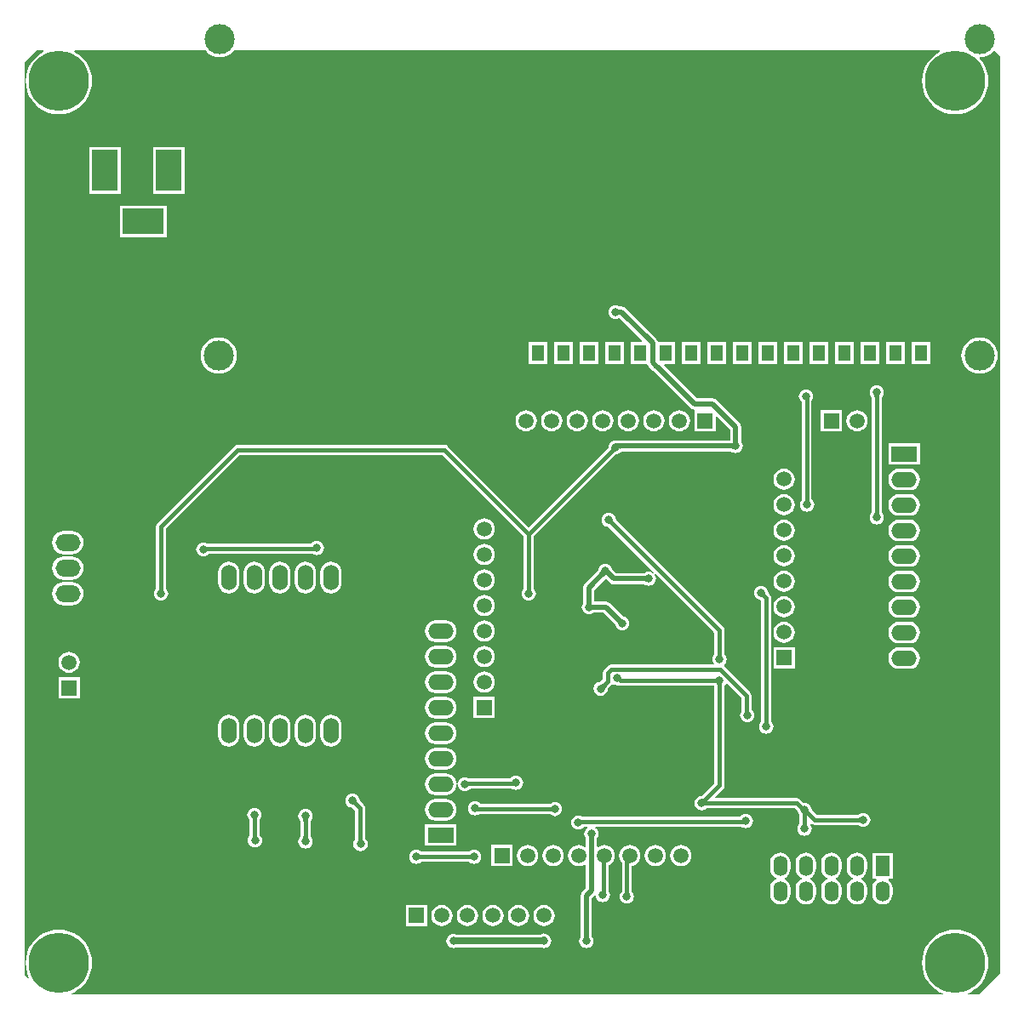
<source format=gbl>
G04 Layer_Physical_Order=2*
G04 Layer_Color=16711680*
%FSLAX24Y24*%
%MOIN*%
G70*
G01*
G75*
%ADD20C,0.0150*%
%ADD21C,0.0250*%
%ADD22C,0.0200*%
%ADD24R,0.1000X0.1600*%
%ADD25R,0.1600X0.1000*%
%ADD26C,0.1181*%
%ADD27R,0.0512X0.0630*%
%ADD28O,0.0600X0.1000*%
%ADD29C,0.0591*%
%ADD30R,0.0591X0.0591*%
%ADD31R,0.0551X0.0787*%
%ADD32O,0.0551X0.0787*%
%ADD33R,0.0591X0.0591*%
%ADD34O,0.1000X0.0600*%
%ADD35R,0.1000X0.0600*%
%ADD36C,0.0394*%
%ADD37C,0.2362*%
%ADD38O,0.0984X0.0669*%
%ADD39C,0.0315*%
G36*
X46045Y49703D02*
X45884Y49604D01*
X45728Y49472D01*
X45596Y49316D01*
X45489Y49142D01*
X45411Y48953D01*
X45363Y48754D01*
X45347Y48550D01*
X45363Y48346D01*
X45411Y48147D01*
X45489Y47958D01*
X45596Y47784D01*
X45728Y47628D01*
X45884Y47496D01*
X46058Y47389D01*
X46247Y47311D01*
X46446Y47263D01*
X46650Y47247D01*
X46854Y47263D01*
X47053Y47311D01*
X47242Y47389D01*
X47416Y47496D01*
X47572Y47628D01*
X47704Y47784D01*
X47811Y47958D01*
X47889Y48147D01*
X47937Y48346D01*
X47953Y48550D01*
X47937Y48754D01*
X47889Y48953D01*
X47811Y49142D01*
X47704Y49316D01*
X47599Y49439D01*
X47599Y49442D01*
X47621Y49490D01*
X47739Y49502D01*
X47873Y49542D01*
X47996Y49608D01*
X48104Y49696D01*
X48129Y49728D01*
X48191Y49730D01*
X48403Y49518D01*
Y13582D01*
X47568Y12747D01*
X47150D01*
X47140Y12797D01*
X47242Y12839D01*
X47416Y12946D01*
X47572Y13078D01*
X47704Y13234D01*
X47811Y13408D01*
X47889Y13597D01*
X47937Y13796D01*
X47953Y14000D01*
X47937Y14204D01*
X47889Y14403D01*
X47811Y14592D01*
X47704Y14766D01*
X47572Y14922D01*
X47416Y15054D01*
X47242Y15161D01*
X47053Y15239D01*
X46854Y15287D01*
X46650Y15303D01*
X46446Y15287D01*
X46247Y15239D01*
X46058Y15161D01*
X45884Y15054D01*
X45728Y14922D01*
X45596Y14766D01*
X45489Y14592D01*
X45411Y14403D01*
X45363Y14204D01*
X45347Y14000D01*
X45363Y13796D01*
X45411Y13597D01*
X45489Y13408D01*
X45596Y13234D01*
X45728Y13078D01*
X45884Y12946D01*
X46058Y12839D01*
X46160Y12797D01*
X46150Y12747D01*
X12050D01*
X12040Y12797D01*
X12142Y12839D01*
X12316Y12946D01*
X12472Y13078D01*
X12604Y13234D01*
X12711Y13408D01*
X12789Y13597D01*
X12837Y13796D01*
X12853Y14000D01*
X12837Y14204D01*
X12789Y14403D01*
X12711Y14592D01*
X12604Y14766D01*
X12472Y14922D01*
X12316Y15054D01*
X12142Y15161D01*
X11953Y15239D01*
X11754Y15287D01*
X11550Y15303D01*
X11346Y15287D01*
X11147Y15239D01*
X10958Y15161D01*
X10784Y15054D01*
X10628Y14922D01*
X10496Y14766D01*
X10389Y14592D01*
X10311Y14403D01*
X10263Y14204D01*
X10247Y14000D01*
X10263Y13796D01*
X10311Y13597D01*
X10389Y13408D01*
X10346Y13382D01*
X10197Y13532D01*
Y49050D01*
Y49268D01*
X10682Y49753D01*
X10931D01*
X10945Y49703D01*
X10784Y49604D01*
X10628Y49472D01*
X10496Y49316D01*
X10389Y49142D01*
X10311Y48953D01*
X10263Y48754D01*
X10247Y48550D01*
X10263Y48346D01*
X10311Y48147D01*
X10389Y47958D01*
X10496Y47784D01*
X10628Y47628D01*
X10784Y47496D01*
X10958Y47389D01*
X11147Y47311D01*
X11346Y47263D01*
X11550Y47247D01*
X11754Y47263D01*
X11953Y47311D01*
X12142Y47389D01*
X12316Y47496D01*
X12472Y47628D01*
X12604Y47784D01*
X12711Y47958D01*
X12789Y48147D01*
X12837Y48346D01*
X12853Y48550D01*
X12837Y48754D01*
X12789Y48953D01*
X12711Y49142D01*
X12604Y49316D01*
X12472Y49472D01*
X12316Y49604D01*
X12155Y49703D01*
X12169Y49753D01*
X17300D01*
X17346Y49696D01*
X17454Y49608D01*
X17577Y49542D01*
X17711Y49502D01*
X17850Y49488D01*
X17989Y49502D01*
X18123Y49542D01*
X18246Y49608D01*
X18354Y49696D01*
X18400Y49753D01*
X46031D01*
X46045Y49703D01*
D02*
G37*
%LPC*%
G36*
X44850Y28362D02*
X44450D01*
X44341Y28347D01*
X44239Y28305D01*
X44152Y28238D01*
X44085Y28151D01*
X44043Y28049D01*
X44028Y27940D01*
X44043Y27831D01*
X44085Y27729D01*
X44152Y27642D01*
X44239Y27575D01*
X44341Y27533D01*
X44450Y27518D01*
X44850D01*
X44959Y27533D01*
X45061Y27575D01*
X45148Y27642D01*
X45215Y27729D01*
X45257Y27831D01*
X45272Y27940D01*
X45257Y28049D01*
X45215Y28151D01*
X45148Y28238D01*
X45061Y28305D01*
X44959Y28347D01*
X44850Y28362D01*
D02*
G37*
G36*
X29900Y18617D02*
X29792Y18603D01*
X29692Y18561D01*
X29605Y18495D01*
X29539Y18408D01*
X29497Y18308D01*
X29483Y18200D01*
X29497Y18092D01*
X29539Y17992D01*
X29605Y17905D01*
X29692Y17839D01*
X29792Y17797D01*
X29900Y17783D01*
X30008Y17797D01*
X30108Y17839D01*
X30195Y17905D01*
X30261Y17992D01*
X30303Y18092D01*
X30317Y18200D01*
X30303Y18308D01*
X30261Y18408D01*
X30195Y18495D01*
X30108Y18561D01*
X30008Y18603D01*
X29900Y18617D01*
D02*
G37*
G36*
X28200Y27417D02*
X28092Y27403D01*
X27992Y27361D01*
X27905Y27295D01*
X27839Y27208D01*
X27797Y27108D01*
X27783Y27000D01*
X27797Y26892D01*
X27839Y26792D01*
X27905Y26705D01*
X27992Y26639D01*
X28092Y26597D01*
X28200Y26583D01*
X28308Y26597D01*
X28408Y26639D01*
X28495Y26705D01*
X28561Y26792D01*
X28603Y26892D01*
X28617Y27000D01*
X28603Y27108D01*
X28561Y27208D01*
X28495Y27295D01*
X28408Y27361D01*
X28308Y27403D01*
X28200Y27417D01*
D02*
G37*
G36*
X12057Y28921D02*
X11743D01*
X11624Y28906D01*
X11514Y28860D01*
X11420Y28788D01*
X11347Y28693D01*
X11301Y28583D01*
X11286Y28465D01*
X11301Y28347D01*
X11347Y28236D01*
X11420Y28142D01*
X11514Y28069D01*
X11624Y28024D01*
X11743Y28008D01*
X12057D01*
X12176Y28024D01*
X12286Y28069D01*
X12380Y28142D01*
X12453Y28236D01*
X12499Y28347D01*
X12514Y28465D01*
X12499Y28583D01*
X12453Y28693D01*
X12380Y28788D01*
X12286Y28860D01*
X12176Y28906D01*
X12057Y28921D01*
D02*
G37*
G36*
X28200Y28417D02*
X28092Y28403D01*
X27992Y28361D01*
X27905Y28295D01*
X27839Y28208D01*
X27797Y28108D01*
X27783Y28000D01*
X27797Y27892D01*
X27839Y27792D01*
X27905Y27705D01*
X27992Y27639D01*
X28092Y27597D01*
X28200Y27583D01*
X28308Y27597D01*
X28408Y27639D01*
X28495Y27705D01*
X28561Y27792D01*
X28603Y27892D01*
X28617Y28000D01*
X28603Y28108D01*
X28561Y28208D01*
X28495Y28295D01*
X28408Y28361D01*
X28308Y28403D01*
X28200Y28417D01*
D02*
G37*
G36*
X39950Y28367D02*
X39842Y28353D01*
X39742Y28311D01*
X39655Y28245D01*
X39589Y28158D01*
X39547Y28058D01*
X39533Y27950D01*
X39547Y27842D01*
X39589Y27742D01*
X39655Y27655D01*
X39742Y27589D01*
X39842Y27547D01*
X39950Y27533D01*
X40058Y27547D01*
X40158Y27589D01*
X40245Y27655D01*
X40311Y27742D01*
X40353Y27842D01*
X40367Y27950D01*
X40353Y28058D01*
X40311Y28158D01*
X40245Y28245D01*
X40158Y28311D01*
X40058Y28353D01*
X39950Y28367D01*
D02*
G37*
G36*
X26700Y27422D02*
X26300D01*
X26191Y27407D01*
X26089Y27365D01*
X26002Y27298D01*
X25935Y27211D01*
X25893Y27109D01*
X25878Y27000D01*
X25893Y26891D01*
X25935Y26789D01*
X26002Y26702D01*
X26089Y26635D01*
X26191Y26593D01*
X26300Y26578D01*
X26700D01*
X26809Y26593D01*
X26911Y26635D01*
X26998Y26702D01*
X27065Y26789D01*
X27107Y26891D01*
X27122Y27000D01*
X27107Y27109D01*
X27065Y27211D01*
X26998Y27298D01*
X26911Y27365D01*
X26809Y27407D01*
X26700Y27422D01*
D02*
G37*
G36*
X28200Y26417D02*
X28092Y26403D01*
X27992Y26361D01*
X27905Y26295D01*
X27839Y26208D01*
X27797Y26108D01*
X27783Y26000D01*
X27797Y25892D01*
X27839Y25792D01*
X27905Y25705D01*
X27992Y25639D01*
X28092Y25597D01*
X28200Y25583D01*
X28308Y25597D01*
X28408Y25639D01*
X28495Y25705D01*
X28561Y25792D01*
X28603Y25892D01*
X28617Y26000D01*
X28603Y26108D01*
X28561Y26208D01*
X28495Y26295D01*
X28408Y26361D01*
X28308Y26403D01*
X28200Y26417D01*
D02*
G37*
G36*
X26700Y26422D02*
X26300D01*
X26191Y26407D01*
X26089Y26365D01*
X26002Y26298D01*
X25935Y26211D01*
X25893Y26109D01*
X25878Y26000D01*
X25893Y25891D01*
X25935Y25789D01*
X26002Y25702D01*
X26089Y25635D01*
X26191Y25593D01*
X26300Y25578D01*
X26700D01*
X26809Y25593D01*
X26911Y25635D01*
X26998Y25702D01*
X27065Y25789D01*
X27107Y25891D01*
X27122Y26000D01*
X27107Y26109D01*
X27065Y26211D01*
X26998Y26298D01*
X26911Y26365D01*
X26809Y26407D01*
X26700Y26422D01*
D02*
G37*
G36*
X40363Y26363D02*
X39537D01*
Y25537D01*
X40363D01*
Y26363D01*
D02*
G37*
G36*
X39950Y27367D02*
X39842Y27353D01*
X39742Y27311D01*
X39655Y27245D01*
X39589Y27158D01*
X39547Y27058D01*
X39533Y26950D01*
X39547Y26842D01*
X39589Y26742D01*
X39655Y26655D01*
X39742Y26589D01*
X39842Y26547D01*
X39950Y26533D01*
X40058Y26547D01*
X40158Y26589D01*
X40245Y26655D01*
X40311Y26742D01*
X40353Y26842D01*
X40367Y26950D01*
X40353Y27058D01*
X40311Y27158D01*
X40245Y27245D01*
X40158Y27311D01*
X40058Y27353D01*
X39950Y27367D01*
D02*
G37*
G36*
X44850Y27362D02*
X44450D01*
X44341Y27347D01*
X44239Y27305D01*
X44152Y27238D01*
X44085Y27151D01*
X44043Y27049D01*
X44028Y26940D01*
X44043Y26831D01*
X44085Y26729D01*
X44152Y26642D01*
X44239Y26575D01*
X44341Y26533D01*
X44450Y26518D01*
X44850D01*
X44959Y26533D01*
X45061Y26575D01*
X45148Y26642D01*
X45215Y26729D01*
X45257Y26831D01*
X45272Y26940D01*
X45257Y27049D01*
X45215Y27151D01*
X45148Y27238D01*
X45061Y27305D01*
X44959Y27347D01*
X44850Y27362D01*
D02*
G37*
G36*
X30900Y18617D02*
X30792Y18603D01*
X30692Y18561D01*
X30605Y18495D01*
X30539Y18408D01*
X30497Y18308D01*
X30483Y18200D01*
X30497Y18092D01*
X30539Y17992D01*
X30605Y17905D01*
X30692Y17839D01*
X30792Y17797D01*
X30900Y17783D01*
X31008Y17797D01*
X31108Y17839D01*
X31195Y17905D01*
X31261Y17992D01*
X31303Y18092D01*
X31317Y18200D01*
X31303Y18308D01*
X31261Y18408D01*
X31195Y18495D01*
X31108Y18561D01*
X31008Y18603D01*
X30900Y18617D01*
D02*
G37*
G36*
X33900D02*
X33792Y18603D01*
X33692Y18561D01*
X33605Y18495D01*
X33539Y18408D01*
X33497Y18308D01*
X33483Y18200D01*
X33497Y18092D01*
X33539Y17992D01*
X33593Y17921D01*
Y16796D01*
X33549Y16739D01*
X33521Y16672D01*
X33512Y16600D01*
X33521Y16528D01*
X33549Y16461D01*
X33593Y16403D01*
X33651Y16359D01*
X33718Y16331D01*
X33790Y16322D01*
X33862Y16331D01*
X33929Y16359D01*
X33987Y16403D01*
X34031Y16461D01*
X34058Y16528D01*
X34068Y16600D01*
X34058Y16672D01*
X34031Y16739D01*
X33987Y16796D01*
Y17794D01*
X34008Y17797D01*
X34108Y17839D01*
X34195Y17905D01*
X34261Y17992D01*
X34303Y18092D01*
X34317Y18200D01*
X34303Y18308D01*
X34261Y18408D01*
X34195Y18495D01*
X34108Y18561D01*
X34008Y18603D01*
X33900Y18617D01*
D02*
G37*
G36*
X41800Y18315D02*
X41697Y18302D01*
X41601Y18262D01*
X41519Y18199D01*
X41456Y18117D01*
X41416Y18021D01*
X41403Y17918D01*
Y17682D01*
X41416Y17579D01*
X41456Y17483D01*
X41519Y17401D01*
X41601Y17338D01*
X41633Y17325D01*
Y17275D01*
X41601Y17262D01*
X41519Y17199D01*
X41456Y17117D01*
X41416Y17021D01*
X41403Y16918D01*
Y16682D01*
X41416Y16579D01*
X41456Y16483D01*
X41519Y16401D01*
X41601Y16338D01*
X41697Y16298D01*
X41800Y16285D01*
X41903Y16298D01*
X41999Y16338D01*
X42081Y16401D01*
X42144Y16483D01*
X42184Y16579D01*
X42197Y16682D01*
Y16918D01*
X42184Y17021D01*
X42144Y17117D01*
X42081Y17199D01*
X41999Y17262D01*
X41967Y17275D01*
Y17325D01*
X41999Y17338D01*
X42081Y17401D01*
X42144Y17483D01*
X42184Y17579D01*
X42197Y17682D01*
Y17918D01*
X42184Y18021D01*
X42144Y18117D01*
X42081Y18199D01*
X41999Y18262D01*
X41903Y18302D01*
X41800Y18315D01*
D02*
G37*
G36*
X42800D02*
X42697Y18302D01*
X42601Y18262D01*
X42519Y18199D01*
X42456Y18117D01*
X42416Y18021D01*
X42403Y17918D01*
Y17682D01*
X42416Y17579D01*
X42456Y17483D01*
X42519Y17401D01*
X42601Y17338D01*
X42633Y17325D01*
Y17275D01*
X42601Y17262D01*
X42519Y17199D01*
X42456Y17117D01*
X42416Y17021D01*
X42403Y16918D01*
Y16682D01*
X42416Y16579D01*
X42456Y16483D01*
X42519Y16401D01*
X42601Y16338D01*
X42697Y16298D01*
X42800Y16285D01*
X42903Y16298D01*
X42999Y16338D01*
X43081Y16401D01*
X43144Y16483D01*
X43184Y16579D01*
X43197Y16682D01*
Y16918D01*
X43184Y17021D01*
X43144Y17117D01*
X43081Y17199D01*
X42999Y17262D01*
X42967Y17275D01*
Y17325D01*
X42999Y17338D01*
X43081Y17401D01*
X43144Y17483D01*
X43184Y17579D01*
X43197Y17682D01*
Y17918D01*
X43184Y18021D01*
X43144Y18117D01*
X43081Y18199D01*
X42999Y18262D01*
X42903Y18302D01*
X42800Y18315D01*
D02*
G37*
G36*
X39950Y29367D02*
X39842Y29353D01*
X39742Y29311D01*
X39655Y29245D01*
X39589Y29158D01*
X39547Y29058D01*
X39533Y28950D01*
X39547Y28842D01*
X39589Y28742D01*
X39655Y28655D01*
X39742Y28589D01*
X39842Y28547D01*
X39950Y28533D01*
X40058Y28547D01*
X40158Y28589D01*
X40245Y28655D01*
X40311Y28742D01*
X40353Y28842D01*
X40367Y28950D01*
X40353Y29058D01*
X40311Y29158D01*
X40245Y29245D01*
X40158Y29311D01*
X40058Y29353D01*
X39950Y29367D01*
D02*
G37*
G36*
X12057Y29921D02*
X11743D01*
X11624Y29906D01*
X11514Y29860D01*
X11420Y29788D01*
X11347Y29693D01*
X11301Y29583D01*
X11286Y29465D01*
X11301Y29347D01*
X11347Y29236D01*
X11420Y29142D01*
X11514Y29069D01*
X11624Y29024D01*
X11743Y29008D01*
X12057D01*
X12176Y29024D01*
X12286Y29069D01*
X12380Y29142D01*
X12453Y29236D01*
X12499Y29347D01*
X12514Y29465D01*
X12499Y29583D01*
X12453Y29693D01*
X12380Y29788D01*
X12286Y29860D01*
X12176Y29906D01*
X12057Y29921D01*
D02*
G37*
G36*
X40800Y18315D02*
X40697Y18302D01*
X40601Y18262D01*
X40519Y18199D01*
X40456Y18117D01*
X40416Y18021D01*
X40403Y17918D01*
Y17682D01*
X40416Y17579D01*
X40456Y17483D01*
X40519Y17401D01*
X40601Y17338D01*
X40633Y17325D01*
Y17275D01*
X40601Y17262D01*
X40519Y17199D01*
X40456Y17117D01*
X40416Y17021D01*
X40403Y16918D01*
Y16682D01*
X40416Y16579D01*
X40456Y16483D01*
X40519Y16401D01*
X40601Y16338D01*
X40697Y16298D01*
X40800Y16285D01*
X40903Y16298D01*
X40999Y16338D01*
X41081Y16401D01*
X41144Y16483D01*
X41184Y16579D01*
X41197Y16682D01*
Y16918D01*
X41184Y17021D01*
X41144Y17117D01*
X41081Y17199D01*
X40999Y17262D01*
X40967Y17275D01*
Y17325D01*
X40999Y17338D01*
X41081Y17401D01*
X41144Y17483D01*
X41184Y17579D01*
X41197Y17682D01*
Y17918D01*
X41184Y18021D01*
X41144Y18117D01*
X41081Y18199D01*
X40999Y18262D01*
X40903Y18302D01*
X40800Y18315D01*
D02*
G37*
G36*
X28200Y29417D02*
X28092Y29403D01*
X27992Y29361D01*
X27905Y29295D01*
X27839Y29208D01*
X27797Y29108D01*
X27783Y29000D01*
X27797Y28892D01*
X27839Y28792D01*
X27905Y28705D01*
X27992Y28639D01*
X28092Y28597D01*
X28200Y28583D01*
X28308Y28597D01*
X28408Y28639D01*
X28495Y28705D01*
X28561Y28792D01*
X28603Y28892D01*
X28617Y29000D01*
X28603Y29108D01*
X28561Y29208D01*
X28495Y29295D01*
X28408Y29361D01*
X28308Y29403D01*
X28200Y29417D01*
D02*
G37*
G36*
X44850Y29362D02*
X44450D01*
X44341Y29347D01*
X44239Y29305D01*
X44152Y29238D01*
X44085Y29151D01*
X44043Y29049D01*
X44028Y28940D01*
X44043Y28831D01*
X44085Y28729D01*
X44152Y28642D01*
X44239Y28575D01*
X44341Y28533D01*
X44450Y28518D01*
X44850D01*
X44959Y28533D01*
X45061Y28575D01*
X45148Y28642D01*
X45215Y28729D01*
X45257Y28831D01*
X45272Y28940D01*
X45257Y29049D01*
X45215Y29151D01*
X45148Y29238D01*
X45061Y29305D01*
X44959Y29347D01*
X44850Y29362D01*
D02*
G37*
G36*
X19200Y29722D02*
X19091Y29707D01*
X18989Y29665D01*
X18902Y29598D01*
X18835Y29511D01*
X18793Y29409D01*
X18778Y29300D01*
Y28900D01*
X18793Y28791D01*
X18835Y28689D01*
X18902Y28602D01*
X18989Y28535D01*
X19091Y28493D01*
X19200Y28478D01*
X19309Y28493D01*
X19411Y28535D01*
X19498Y28602D01*
X19565Y28689D01*
X19607Y28791D01*
X19622Y28900D01*
Y29300D01*
X19607Y29409D01*
X19565Y29511D01*
X19498Y29598D01*
X19411Y29665D01*
X19309Y29707D01*
X19200Y29722D01*
D02*
G37*
G36*
X18200D02*
X18091Y29707D01*
X17989Y29665D01*
X17902Y29598D01*
X17835Y29511D01*
X17793Y29409D01*
X17778Y29300D01*
Y28900D01*
X17793Y28791D01*
X17835Y28689D01*
X17902Y28602D01*
X17989Y28535D01*
X18091Y28493D01*
X18200Y28478D01*
X18309Y28493D01*
X18411Y28535D01*
X18498Y28602D01*
X18565Y28689D01*
X18607Y28791D01*
X18622Y28900D01*
Y29300D01*
X18607Y29409D01*
X18565Y29511D01*
X18498Y29598D01*
X18411Y29665D01*
X18309Y29707D01*
X18200Y29722D01*
D02*
G37*
G36*
X44194Y18312D02*
X43406D01*
Y17288D01*
X43553D01*
X43570Y17238D01*
X43519Y17199D01*
X43456Y17117D01*
X43416Y17021D01*
X43403Y16918D01*
Y16682D01*
X43416Y16579D01*
X43456Y16483D01*
X43519Y16401D01*
X43601Y16338D01*
X43697Y16298D01*
X43800Y16285D01*
X43903Y16298D01*
X43999Y16338D01*
X44081Y16401D01*
X44144Y16483D01*
X44184Y16579D01*
X44197Y16682D01*
Y16918D01*
X44184Y17021D01*
X44144Y17117D01*
X44081Y17199D01*
X44030Y17238D01*
X44047Y17288D01*
X44194D01*
Y18312D01*
D02*
G37*
G36*
X22200Y29722D02*
X22091Y29707D01*
X21989Y29665D01*
X21902Y29598D01*
X21835Y29511D01*
X21793Y29409D01*
X21778Y29300D01*
Y28900D01*
X21793Y28791D01*
X21835Y28689D01*
X21902Y28602D01*
X21989Y28535D01*
X22091Y28493D01*
X22200Y28478D01*
X22309Y28493D01*
X22411Y28535D01*
X22498Y28602D01*
X22565Y28689D01*
X22607Y28791D01*
X22622Y28900D01*
Y29300D01*
X22607Y29409D01*
X22565Y29511D01*
X22498Y29598D01*
X22411Y29665D01*
X22309Y29707D01*
X22200Y29722D01*
D02*
G37*
G36*
X21200D02*
X21091Y29707D01*
X20989Y29665D01*
X20902Y29598D01*
X20835Y29511D01*
X20793Y29409D01*
X20778Y29300D01*
Y28900D01*
X20793Y28791D01*
X20835Y28689D01*
X20902Y28602D01*
X20989Y28535D01*
X21091Y28493D01*
X21200Y28478D01*
X21309Y28493D01*
X21411Y28535D01*
X21498Y28602D01*
X21565Y28689D01*
X21607Y28791D01*
X21622Y28900D01*
Y29300D01*
X21607Y29409D01*
X21565Y29511D01*
X21498Y29598D01*
X21411Y29665D01*
X21309Y29707D01*
X21200Y29722D01*
D02*
G37*
G36*
X20200D02*
X20091Y29707D01*
X19989Y29665D01*
X19902Y29598D01*
X19835Y29511D01*
X19793Y29409D01*
X19778Y29300D01*
Y28900D01*
X19793Y28791D01*
X19835Y28689D01*
X19902Y28602D01*
X19989Y28535D01*
X20091Y28493D01*
X20200Y28478D01*
X20309Y28493D01*
X20411Y28535D01*
X20498Y28602D01*
X20565Y28689D01*
X20607Y28791D01*
X20622Y28900D01*
Y29300D01*
X20607Y29409D01*
X20565Y29511D01*
X20498Y29598D01*
X20411Y29665D01*
X20309Y29707D01*
X20200Y29722D01*
D02*
G37*
G36*
X26700Y22422D02*
X26300D01*
X26191Y22407D01*
X26089Y22365D01*
X26002Y22298D01*
X25935Y22211D01*
X25893Y22109D01*
X25878Y22000D01*
X25893Y21891D01*
X25935Y21789D01*
X26002Y21702D01*
X26089Y21635D01*
X26191Y21593D01*
X26300Y21578D01*
X26700D01*
X26809Y21593D01*
X26911Y21635D01*
X26998Y21702D01*
X27065Y21789D01*
X27107Y21891D01*
X27122Y22000D01*
X27107Y22109D01*
X27065Y22211D01*
X26998Y22298D01*
X26911Y22365D01*
X26809Y22407D01*
X26700Y22422D01*
D02*
G37*
G36*
Y21422D02*
X26300D01*
X26191Y21407D01*
X26089Y21365D01*
X26002Y21298D01*
X25935Y21211D01*
X25893Y21109D01*
X25878Y21000D01*
X25893Y20891D01*
X25935Y20789D01*
X26002Y20702D01*
X26089Y20635D01*
X26191Y20593D01*
X26300Y20578D01*
X26700D01*
X26809Y20593D01*
X26911Y20635D01*
X26998Y20702D01*
X27065Y20789D01*
X27107Y20891D01*
X27118Y20970D01*
X27119Y20981D01*
X27170D01*
X27171Y20970D01*
X27176Y20928D01*
X27204Y20861D01*
X27248Y20803D01*
X27306Y20759D01*
X27373Y20731D01*
X27445Y20722D01*
X27517Y20731D01*
X27584Y20759D01*
X27642Y20803D01*
X27660Y20828D01*
X29286D01*
X29311Y20809D01*
X29378Y20782D01*
X29450Y20772D01*
X29522Y20782D01*
X29589Y20809D01*
X29647Y20853D01*
X29691Y20911D01*
X29718Y20978D01*
X29728Y21050D01*
X29718Y21122D01*
X29691Y21189D01*
X29647Y21247D01*
X29589Y21291D01*
X29522Y21319D01*
X29450Y21328D01*
X29378Y21319D01*
X29311Y21291D01*
X29253Y21247D01*
X29235Y21222D01*
X27609D01*
X27584Y21241D01*
X27517Y21268D01*
X27445Y21278D01*
X27373Y21268D01*
X27306Y21241D01*
X27248Y21197D01*
X27204Y21139D01*
X27176Y21072D01*
X27171Y21030D01*
X27170Y21019D01*
X27119D01*
X27118Y21030D01*
X27107Y21109D01*
X27065Y21211D01*
X26998Y21298D01*
X26911Y21365D01*
X26809Y21407D01*
X26700Y21422D01*
D02*
G37*
G36*
X27800Y18428D02*
X27728Y18419D01*
X27661Y18391D01*
X27604Y18347D01*
X25746D01*
X25689Y18391D01*
X25622Y18419D01*
X25550Y18428D01*
X25478Y18419D01*
X25411Y18391D01*
X25353Y18347D01*
X25309Y18289D01*
X25282Y18222D01*
X25272Y18150D01*
X25282Y18078D01*
X25309Y18011D01*
X25353Y17953D01*
X25411Y17909D01*
X25478Y17881D01*
X25550Y17872D01*
X25622Y17881D01*
X25689Y17909D01*
X25746Y17953D01*
X27604D01*
X27661Y17909D01*
X27728Y17881D01*
X27800Y17872D01*
X27872Y17881D01*
X27939Y17909D01*
X27997Y17953D01*
X28041Y18011D01*
X28068Y18078D01*
X28078Y18150D01*
X28068Y18222D01*
X28041Y18289D01*
X27997Y18347D01*
X27939Y18391D01*
X27872Y18419D01*
X27800Y18428D01*
D02*
G37*
G36*
X20200Y23722D02*
X20091Y23707D01*
X19989Y23665D01*
X19902Y23598D01*
X19835Y23511D01*
X19793Y23409D01*
X19778Y23300D01*
Y22900D01*
X19793Y22791D01*
X19835Y22689D01*
X19902Y22602D01*
X19989Y22535D01*
X20091Y22493D01*
X20200Y22478D01*
X20309Y22493D01*
X20411Y22535D01*
X20498Y22602D01*
X20565Y22689D01*
X20607Y22791D01*
X20622Y22900D01*
Y23300D01*
X20607Y23409D01*
X20565Y23511D01*
X20498Y23598D01*
X20411Y23665D01*
X20309Y23707D01*
X20200Y23722D01*
D02*
G37*
G36*
X19200D02*
X19091Y23707D01*
X18989Y23665D01*
X18902Y23598D01*
X18835Y23511D01*
X18793Y23409D01*
X18778Y23300D01*
Y22900D01*
X18793Y22791D01*
X18835Y22689D01*
X18902Y22602D01*
X18989Y22535D01*
X19091Y22493D01*
X19200Y22478D01*
X19309Y22493D01*
X19411Y22535D01*
X19498Y22602D01*
X19565Y22689D01*
X19607Y22791D01*
X19622Y22900D01*
Y23300D01*
X19607Y23409D01*
X19565Y23511D01*
X19498Y23598D01*
X19411Y23665D01*
X19309Y23707D01*
X19200Y23722D01*
D02*
G37*
G36*
X18200D02*
X18091Y23707D01*
X17989Y23665D01*
X17902Y23598D01*
X17835Y23511D01*
X17793Y23409D01*
X17778Y23300D01*
Y22900D01*
X17793Y22791D01*
X17835Y22689D01*
X17902Y22602D01*
X17989Y22535D01*
X18091Y22493D01*
X18200Y22478D01*
X18309Y22493D01*
X18411Y22535D01*
X18498Y22602D01*
X18565Y22689D01*
X18607Y22791D01*
X18622Y22900D01*
Y23300D01*
X18607Y23409D01*
X18565Y23511D01*
X18498Y23598D01*
X18411Y23665D01*
X18309Y23707D01*
X18200Y23722D01*
D02*
G37*
G36*
X23050Y20628D02*
X22978Y20619D01*
X22911Y20591D01*
X22853Y20547D01*
X22809Y20489D01*
X22782Y20422D01*
X22772Y20350D01*
X22782Y20278D01*
X22809Y20211D01*
X22853Y20153D01*
X22911Y20109D01*
X22978Y20082D01*
X23049Y20072D01*
X23153Y19969D01*
Y18833D01*
X23119Y18789D01*
X23091Y18722D01*
X23082Y18650D01*
X23091Y18578D01*
X23119Y18511D01*
X23163Y18453D01*
X23221Y18409D01*
X23288Y18382D01*
X23360Y18372D01*
X23431Y18382D01*
X23499Y18409D01*
X23556Y18453D01*
X23600Y18511D01*
X23628Y18578D01*
X23638Y18650D01*
X23628Y18722D01*
X23600Y18789D01*
X23556Y18847D01*
X23546Y18854D01*
Y20051D01*
X23531Y20126D01*
X23489Y20190D01*
X23328Y20351D01*
X23319Y20422D01*
X23291Y20489D01*
X23247Y20547D01*
X23189Y20591D01*
X23122Y20619D01*
X23050Y20628D01*
D02*
G37*
G36*
X21200Y20028D02*
X21128Y20018D01*
X21061Y19991D01*
X21003Y19947D01*
X20959Y19889D01*
X20931Y19822D01*
X20922Y19750D01*
X20931Y19678D01*
X20959Y19611D01*
X21003Y19554D01*
Y18946D01*
X20959Y18889D01*
X20931Y18822D01*
X20922Y18750D01*
X20931Y18678D01*
X20959Y18611D01*
X21003Y18553D01*
X21061Y18509D01*
X21128Y18482D01*
X21200Y18472D01*
X21272Y18482D01*
X21339Y18509D01*
X21397Y18553D01*
X21441Y18611D01*
X21469Y18678D01*
X21478Y18750D01*
X21469Y18822D01*
X21441Y18889D01*
X21397Y18946D01*
Y19554D01*
X21441Y19611D01*
X21469Y19678D01*
X21478Y19750D01*
X21469Y19822D01*
X21441Y19889D01*
X21397Y19947D01*
X21339Y19991D01*
X21272Y20018D01*
X21200Y20028D01*
D02*
G37*
G36*
X19200Y20078D02*
X19128Y20069D01*
X19061Y20041D01*
X19003Y19997D01*
X18959Y19939D01*
X18931Y19872D01*
X18922Y19800D01*
X18931Y19728D01*
X18959Y19661D01*
X19003Y19603D01*
X19016Y19594D01*
Y18979D01*
X18985Y18939D01*
X18957Y18872D01*
X18948Y18800D01*
X18957Y18728D01*
X18985Y18661D01*
X19029Y18603D01*
X19087Y18559D01*
X19154Y18532D01*
X19226Y18522D01*
X19298Y18532D01*
X19365Y18559D01*
X19422Y18603D01*
X19467Y18661D01*
X19494Y18728D01*
X19504Y18800D01*
X19494Y18872D01*
X19467Y18939D01*
X19422Y18997D01*
X19410Y19006D01*
Y19621D01*
X19441Y19661D01*
X19468Y19728D01*
X19478Y19800D01*
X19468Y19872D01*
X19441Y19939D01*
X19397Y19997D01*
X19339Y20041D01*
X19272Y20069D01*
X19200Y20078D01*
D02*
G37*
G36*
X27118Y19418D02*
X25882D01*
Y18582D01*
X27118D01*
Y19418D01*
D02*
G37*
G36*
X27850Y20328D02*
X27778Y20319D01*
X27711Y20291D01*
X27653Y20247D01*
X27609Y20189D01*
X27582Y20122D01*
X27572Y20050D01*
X27582Y19978D01*
X27609Y19911D01*
X27653Y19853D01*
X27711Y19809D01*
X27778Y19782D01*
X27850Y19772D01*
X27922Y19782D01*
X27989Y19809D01*
X28027Y19838D01*
X30772D01*
X30783Y19823D01*
X30841Y19779D01*
X30908Y19751D01*
X30980Y19742D01*
X31052Y19751D01*
X31119Y19779D01*
X31177Y19823D01*
X31221Y19881D01*
X31249Y19948D01*
X31258Y20020D01*
X31249Y20092D01*
X31221Y20159D01*
X31177Y20217D01*
X31119Y20261D01*
X31052Y20289D01*
X30980Y20298D01*
X30908Y20289D01*
X30841Y20261D01*
X30803Y20232D01*
X28058D01*
X28047Y20247D01*
X27989Y20291D01*
X27922Y20319D01*
X27850Y20328D01*
D02*
G37*
G36*
X38450Y19828D02*
X38378Y19819D01*
X38311Y19791D01*
X38253Y19747D01*
X38235Y19722D01*
X32054D01*
X32029Y19741D01*
X31962Y19769D01*
X31890Y19778D01*
X31818Y19769D01*
X31751Y19741D01*
X31693Y19697D01*
X31649Y19639D01*
X31621Y19572D01*
X31612Y19500D01*
X31621Y19428D01*
X31649Y19361D01*
X31693Y19303D01*
X31751Y19259D01*
X31818Y19231D01*
X31890Y19222D01*
X31962Y19231D01*
X32029Y19259D01*
X32087Y19303D01*
X32105Y19328D01*
X32228D01*
X32245Y19278D01*
X32203Y19247D01*
X32159Y19189D01*
X32132Y19122D01*
X32122Y19050D01*
X32132Y18978D01*
X32159Y18911D01*
X32178Y18887D01*
Y18565D01*
X32133Y18542D01*
X32108Y18561D01*
X32008Y18603D01*
X31900Y18617D01*
X31792Y18603D01*
X31692Y18561D01*
X31605Y18495D01*
X31539Y18408D01*
X31497Y18308D01*
X31483Y18200D01*
X31497Y18092D01*
X31539Y17992D01*
X31605Y17905D01*
X31692Y17839D01*
X31792Y17797D01*
X31900Y17783D01*
X32008Y17797D01*
X32108Y17839D01*
X32133Y17858D01*
X32178Y17835D01*
Y16918D01*
X32043Y16783D01*
X31995Y16711D01*
X31978Y16625D01*
X31978Y16625D01*
Y15013D01*
X31959Y14989D01*
X31932Y14922D01*
X31922Y14850D01*
X31932Y14778D01*
X31959Y14711D01*
X32003Y14653D01*
X32061Y14609D01*
X32128Y14582D01*
X32200Y14572D01*
X32272Y14582D01*
X32339Y14609D01*
X32397Y14653D01*
X32441Y14711D01*
X32469Y14778D01*
X32478Y14850D01*
X32469Y14922D01*
X32441Y14989D01*
X32422Y15013D01*
Y16533D01*
X32524Y16635D01*
X32576Y16617D01*
X32582Y16578D01*
X32609Y16511D01*
X32653Y16453D01*
X32711Y16409D01*
X32778Y16381D01*
X32850Y16372D01*
X32922Y16381D01*
X32989Y16409D01*
X33047Y16453D01*
X33091Y16511D01*
X33119Y16578D01*
X33128Y16650D01*
X33119Y16722D01*
X33091Y16789D01*
X33072Y16814D01*
Y17824D01*
X33108Y17839D01*
X33195Y17905D01*
X33261Y17992D01*
X33303Y18092D01*
X33317Y18200D01*
X33303Y18308D01*
X33261Y18408D01*
X33195Y18495D01*
X33108Y18561D01*
X33008Y18603D01*
X32900Y18617D01*
X32792Y18603D01*
X32692Y18561D01*
X32667Y18542D01*
X32622Y18565D01*
Y18887D01*
X32641Y18911D01*
X32668Y18978D01*
X32678Y19050D01*
X32668Y19122D01*
X32641Y19189D01*
X32597Y19247D01*
X32555Y19278D01*
X32572Y19328D01*
X38286D01*
X38311Y19309D01*
X38378Y19282D01*
X38450Y19272D01*
X38522Y19282D01*
X38589Y19309D01*
X38647Y19353D01*
X38691Y19411D01*
X38719Y19478D01*
X38728Y19550D01*
X38719Y19622D01*
X38691Y19689D01*
X38647Y19747D01*
X38589Y19791D01*
X38522Y19819D01*
X38450Y19828D01*
D02*
G37*
G36*
X26700Y20422D02*
X26300D01*
X26191Y20407D01*
X26089Y20365D01*
X26002Y20298D01*
X25935Y20211D01*
X25893Y20109D01*
X25878Y20000D01*
X25893Y19891D01*
X25935Y19789D01*
X26002Y19702D01*
X26089Y19635D01*
X26191Y19593D01*
X26300Y19578D01*
X26700D01*
X26809Y19593D01*
X26911Y19635D01*
X26998Y19702D01*
X27065Y19789D01*
X27107Y19891D01*
X27122Y20000D01*
X27107Y20109D01*
X27065Y20211D01*
X26998Y20298D01*
X26911Y20365D01*
X26809Y20407D01*
X26700Y20422D01*
D02*
G37*
G36*
X21200Y23722D02*
X21091Y23707D01*
X20989Y23665D01*
X20902Y23598D01*
X20835Y23511D01*
X20793Y23409D01*
X20778Y23300D01*
Y22900D01*
X20793Y22791D01*
X20835Y22689D01*
X20902Y22602D01*
X20989Y22535D01*
X21091Y22493D01*
X21200Y22478D01*
X21309Y22493D01*
X21411Y22535D01*
X21498Y22602D01*
X21565Y22689D01*
X21607Y22791D01*
X21622Y22900D01*
Y23300D01*
X21607Y23409D01*
X21565Y23511D01*
X21498Y23598D01*
X21411Y23665D01*
X21309Y23707D01*
X21200Y23722D01*
D02*
G37*
G36*
X35900Y18617D02*
X35792Y18603D01*
X35692Y18561D01*
X35605Y18495D01*
X35539Y18408D01*
X35497Y18308D01*
X35483Y18200D01*
X35497Y18092D01*
X35539Y17992D01*
X35605Y17905D01*
X35692Y17839D01*
X35792Y17797D01*
X35900Y17783D01*
X36008Y17797D01*
X36108Y17839D01*
X36195Y17905D01*
X36261Y17992D01*
X36303Y18092D01*
X36317Y18200D01*
X36303Y18308D01*
X36261Y18408D01*
X36195Y18495D01*
X36108Y18561D01*
X36008Y18603D01*
X35900Y18617D01*
D02*
G37*
G36*
X29313Y18613D02*
X28487D01*
Y17787D01*
X29313D01*
Y18613D01*
D02*
G37*
G36*
X28200Y25417D02*
X28092Y25403D01*
X27992Y25361D01*
X27905Y25295D01*
X27839Y25208D01*
X27797Y25108D01*
X27783Y25000D01*
X27797Y24892D01*
X27839Y24792D01*
X27905Y24705D01*
X27992Y24639D01*
X28092Y24597D01*
X28200Y24583D01*
X28308Y24597D01*
X28408Y24639D01*
X28495Y24705D01*
X28561Y24792D01*
X28603Y24892D01*
X28617Y25000D01*
X28603Y25108D01*
X28561Y25208D01*
X28495Y25295D01*
X28408Y25361D01*
X28308Y25403D01*
X28200Y25417D01*
D02*
G37*
G36*
X44850Y26362D02*
X44450D01*
X44341Y26347D01*
X44239Y26305D01*
X44152Y26238D01*
X44085Y26151D01*
X44043Y26049D01*
X44028Y25940D01*
X44043Y25831D01*
X44085Y25729D01*
X44152Y25642D01*
X44239Y25575D01*
X44341Y25533D01*
X44450Y25518D01*
X44850D01*
X44959Y25533D01*
X45061Y25575D01*
X45148Y25642D01*
X45215Y25729D01*
X45257Y25831D01*
X45272Y25940D01*
X45257Y26049D01*
X45215Y26151D01*
X45148Y26238D01*
X45061Y26305D01*
X44959Y26347D01*
X44850Y26362D01*
D02*
G37*
G36*
X11950Y26192D02*
X11842Y26178D01*
X11742Y26136D01*
X11655Y26070D01*
X11589Y25983D01*
X11547Y25883D01*
X11533Y25775D01*
X11547Y25667D01*
X11589Y25566D01*
X11655Y25480D01*
X11742Y25414D01*
X11842Y25372D01*
X11950Y25358D01*
X12058Y25372D01*
X12158Y25414D01*
X12245Y25480D01*
X12311Y25566D01*
X12353Y25667D01*
X12367Y25775D01*
X12353Y25883D01*
X12311Y25983D01*
X12245Y26070D01*
X12158Y26136D01*
X12058Y26178D01*
X11950Y26192D01*
D02*
G37*
G36*
X34900Y18617D02*
X34792Y18603D01*
X34692Y18561D01*
X34605Y18495D01*
X34539Y18408D01*
X34497Y18308D01*
X34483Y18200D01*
X34497Y18092D01*
X34539Y17992D01*
X34605Y17905D01*
X34692Y17839D01*
X34792Y17797D01*
X34900Y17783D01*
X35008Y17797D01*
X35108Y17839D01*
X35195Y17905D01*
X35261Y17992D01*
X35303Y18092D01*
X35317Y18200D01*
X35303Y18308D01*
X35261Y18408D01*
X35195Y18495D01*
X35108Y18561D01*
X35008Y18603D01*
X34900Y18617D01*
D02*
G37*
G36*
X26700Y25422D02*
X26300D01*
X26191Y25407D01*
X26089Y25365D01*
X26002Y25298D01*
X25935Y25211D01*
X25893Y25109D01*
X25878Y25000D01*
X25893Y24891D01*
X25935Y24789D01*
X26002Y24702D01*
X26089Y24635D01*
X26191Y24593D01*
X26300Y24578D01*
X26700D01*
X26809Y24593D01*
X26911Y24635D01*
X26998Y24702D01*
X27065Y24789D01*
X27107Y24891D01*
X27122Y25000D01*
X27107Y25109D01*
X27065Y25211D01*
X26998Y25298D01*
X26911Y25365D01*
X26809Y25407D01*
X26700Y25422D01*
D02*
G37*
G36*
X39050Y28766D02*
X38978Y28756D01*
X38911Y28728D01*
X38853Y28684D01*
X38809Y28627D01*
X38781Y28560D01*
X38772Y28488D01*
X38781Y28416D01*
X38809Y28349D01*
X38853Y28291D01*
X38911Y28247D01*
X38978Y28219D01*
X39049Y28210D01*
X39053Y28206D01*
Y23446D01*
X39009Y23389D01*
X38981Y23322D01*
X38972Y23250D01*
X38981Y23178D01*
X39009Y23111D01*
X39053Y23053D01*
X39111Y23009D01*
X39178Y22982D01*
X39250Y22972D01*
X39322Y22982D01*
X39389Y23009D01*
X39447Y23053D01*
X39491Y23111D01*
X39518Y23178D01*
X39528Y23250D01*
X39518Y23322D01*
X39491Y23389D01*
X39447Y23446D01*
Y28288D01*
X39432Y28363D01*
X39389Y28427D01*
X39328Y28488D01*
X39318Y28560D01*
X39291Y28627D01*
X39247Y28684D01*
X39189Y28728D01*
X39122Y28756D01*
X39050Y28766D01*
D02*
G37*
G36*
X26700Y23422D02*
X26300D01*
X26191Y23407D01*
X26089Y23365D01*
X26002Y23298D01*
X25935Y23211D01*
X25893Y23109D01*
X25878Y23000D01*
X25893Y22891D01*
X25935Y22789D01*
X26002Y22702D01*
X26089Y22635D01*
X26191Y22593D01*
X26300Y22578D01*
X26700D01*
X26809Y22593D01*
X26911Y22635D01*
X26998Y22702D01*
X27065Y22789D01*
X27107Y22891D01*
X27122Y23000D01*
X27107Y23109D01*
X27065Y23211D01*
X26998Y23298D01*
X26911Y23365D01*
X26809Y23407D01*
X26700Y23422D01*
D02*
G37*
G36*
X22200Y23722D02*
X22091Y23707D01*
X21989Y23665D01*
X21902Y23598D01*
X21835Y23511D01*
X21793Y23409D01*
X21778Y23300D01*
Y22900D01*
X21793Y22791D01*
X21835Y22689D01*
X21902Y22602D01*
X21989Y22535D01*
X22091Y22493D01*
X22200Y22478D01*
X22309Y22493D01*
X22411Y22535D01*
X22498Y22602D01*
X22565Y22689D01*
X22607Y22791D01*
X22622Y22900D01*
Y23300D01*
X22607Y23409D01*
X22565Y23511D01*
X22498Y23598D01*
X22411Y23665D01*
X22309Y23707D01*
X22200Y23722D01*
D02*
G37*
G36*
X12363Y25188D02*
X11537D01*
Y24361D01*
X12363D01*
Y25188D01*
D02*
G37*
G36*
X28613Y24413D02*
X27787D01*
Y23587D01*
X28613D01*
Y24413D01*
D02*
G37*
G36*
X26700Y24422D02*
X26300D01*
X26191Y24407D01*
X26089Y24365D01*
X26002Y24298D01*
X25935Y24211D01*
X25893Y24109D01*
X25878Y24000D01*
X25893Y23891D01*
X25935Y23789D01*
X26002Y23702D01*
X26089Y23635D01*
X26191Y23593D01*
X26300Y23578D01*
X26700D01*
X26809Y23593D01*
X26911Y23635D01*
X26998Y23702D01*
X27065Y23789D01*
X27107Y23891D01*
X27122Y24000D01*
X27107Y24109D01*
X27065Y24211D01*
X26998Y24298D01*
X26911Y24365D01*
X26809Y24407D01*
X26700Y24422D01*
D02*
G37*
G36*
X47600Y38512D02*
X47461Y38498D01*
X47327Y38458D01*
X47204Y38392D01*
X47096Y38304D01*
X47008Y38196D01*
X46942Y38073D01*
X46902Y37939D01*
X46888Y37800D01*
X46902Y37661D01*
X46942Y37527D01*
X47008Y37404D01*
X47096Y37296D01*
X47204Y37208D01*
X47327Y37142D01*
X47461Y37102D01*
X47600Y37088D01*
X47739Y37102D01*
X47873Y37142D01*
X47996Y37208D01*
X48104Y37296D01*
X48192Y37404D01*
X48258Y37527D01*
X48298Y37661D01*
X48312Y37800D01*
X48298Y37939D01*
X48258Y38073D01*
X48192Y38196D01*
X48104Y38304D01*
X47996Y38392D01*
X47873Y38458D01*
X47739Y38498D01*
X47600Y38512D01*
D02*
G37*
G36*
X17810D02*
X17671Y38498D01*
X17537Y38458D01*
X17414Y38392D01*
X17306Y38304D01*
X17218Y38196D01*
X17152Y38073D01*
X17112Y37939D01*
X17098Y37800D01*
X17112Y37661D01*
X17152Y37527D01*
X17218Y37404D01*
X17306Y37296D01*
X17414Y37208D01*
X17537Y37142D01*
X17671Y37102D01*
X17810Y37088D01*
X17949Y37102D01*
X18083Y37142D01*
X18206Y37208D01*
X18314Y37296D01*
X18402Y37404D01*
X18468Y37527D01*
X18508Y37661D01*
X18522Y37800D01*
X18508Y37939D01*
X18468Y38073D01*
X18402Y38196D01*
X18314Y38304D01*
X18206Y38392D01*
X18083Y38458D01*
X17949Y38498D01*
X17810Y38512D01*
D02*
G37*
G36*
X42213Y35653D02*
X41387D01*
Y34827D01*
X42213D01*
Y35653D01*
D02*
G37*
G36*
X32674Y38333D02*
X31926D01*
Y37467D01*
X32674D01*
Y38333D01*
D02*
G37*
G36*
X31674D02*
X30926D01*
Y37467D01*
X31674D01*
Y38333D01*
D02*
G37*
G36*
X30674D02*
X29926D01*
Y37467D01*
X30674D01*
Y38333D01*
D02*
G37*
G36*
X42800Y35657D02*
X42692Y35643D01*
X42592Y35601D01*
X42505Y35535D01*
X42439Y35448D01*
X42397Y35348D01*
X42383Y35240D01*
X42397Y35132D01*
X42439Y35032D01*
X42505Y34945D01*
X42592Y34879D01*
X42692Y34837D01*
X42800Y34823D01*
X42908Y34837D01*
X43008Y34879D01*
X43095Y34945D01*
X43161Y35032D01*
X43203Y35132D01*
X43217Y35240D01*
X43203Y35348D01*
X43161Y35448D01*
X43095Y35535D01*
X43008Y35601D01*
X42908Y35643D01*
X42800Y35657D01*
D02*
G37*
G36*
X32850D02*
X32742Y35643D01*
X32642Y35601D01*
X32555Y35535D01*
X32489Y35448D01*
X32447Y35348D01*
X32433Y35240D01*
X32447Y35132D01*
X32489Y35032D01*
X32555Y34945D01*
X32642Y34879D01*
X32742Y34837D01*
X32850Y34823D01*
X32958Y34837D01*
X33058Y34879D01*
X33145Y34945D01*
X33211Y35032D01*
X33253Y35132D01*
X33267Y35240D01*
X33253Y35348D01*
X33211Y35448D01*
X33145Y35535D01*
X33058Y35601D01*
X32958Y35643D01*
X32850Y35657D01*
D02*
G37*
G36*
X31850D02*
X31742Y35643D01*
X31642Y35601D01*
X31555Y35535D01*
X31489Y35448D01*
X31447Y35348D01*
X31433Y35240D01*
X31447Y35132D01*
X31489Y35032D01*
X31555Y34945D01*
X31642Y34879D01*
X31742Y34837D01*
X31850Y34823D01*
X31958Y34837D01*
X32058Y34879D01*
X32145Y34945D01*
X32211Y35032D01*
X32253Y35132D01*
X32267Y35240D01*
X32253Y35348D01*
X32211Y35448D01*
X32145Y35535D01*
X32058Y35601D01*
X31958Y35643D01*
X31850Y35657D01*
D02*
G37*
G36*
X30850D02*
X30742Y35643D01*
X30642Y35601D01*
X30555Y35535D01*
X30489Y35448D01*
X30447Y35348D01*
X30433Y35240D01*
X30447Y35132D01*
X30489Y35032D01*
X30555Y34945D01*
X30642Y34879D01*
X30742Y34837D01*
X30850Y34823D01*
X30958Y34837D01*
X31058Y34879D01*
X31145Y34945D01*
X31211Y35032D01*
X31253Y35132D01*
X31267Y35240D01*
X31253Y35348D01*
X31211Y35448D01*
X31145Y35535D01*
X31058Y35601D01*
X30958Y35643D01*
X30850Y35657D01*
D02*
G37*
G36*
X35850D02*
X35742Y35643D01*
X35642Y35601D01*
X35555Y35535D01*
X35489Y35448D01*
X35447Y35348D01*
X35433Y35240D01*
X35447Y35132D01*
X35489Y35032D01*
X35555Y34945D01*
X35642Y34879D01*
X35742Y34837D01*
X35850Y34823D01*
X35958Y34837D01*
X36058Y34879D01*
X36145Y34945D01*
X36211Y35032D01*
X36253Y35132D01*
X36267Y35240D01*
X36253Y35348D01*
X36211Y35448D01*
X36145Y35535D01*
X36058Y35601D01*
X35958Y35643D01*
X35850Y35657D01*
D02*
G37*
G36*
X34850D02*
X34742Y35643D01*
X34642Y35601D01*
X34555Y35535D01*
X34489Y35448D01*
X34447Y35348D01*
X34433Y35240D01*
X34447Y35132D01*
X34489Y35032D01*
X34555Y34945D01*
X34642Y34879D01*
X34742Y34837D01*
X34850Y34823D01*
X34958Y34837D01*
X35058Y34879D01*
X35145Y34945D01*
X35211Y35032D01*
X35253Y35132D01*
X35267Y35240D01*
X35253Y35348D01*
X35211Y35448D01*
X35145Y35535D01*
X35058Y35601D01*
X34958Y35643D01*
X34850Y35657D01*
D02*
G37*
G36*
X33850D02*
X33742Y35643D01*
X33642Y35601D01*
X33555Y35535D01*
X33489Y35448D01*
X33447Y35348D01*
X33433Y35240D01*
X33447Y35132D01*
X33489Y35032D01*
X33555Y34945D01*
X33642Y34879D01*
X33742Y34837D01*
X33850Y34823D01*
X33958Y34837D01*
X34058Y34879D01*
X34145Y34945D01*
X34211Y35032D01*
X34253Y35132D01*
X34267Y35240D01*
X34253Y35348D01*
X34211Y35448D01*
X34145Y35535D01*
X34058Y35601D01*
X33958Y35643D01*
X33850Y35657D01*
D02*
G37*
G36*
X33674Y38333D02*
X32926D01*
Y37467D01*
X33674D01*
Y38333D01*
D02*
G37*
G36*
X45674D02*
X44926D01*
Y37467D01*
X45674D01*
Y38333D01*
D02*
G37*
G36*
X44674D02*
X43926D01*
Y37467D01*
X44674D01*
Y38333D01*
D02*
G37*
G36*
X43674D02*
X42926D01*
Y37467D01*
X43674D01*
Y38333D01*
D02*
G37*
G36*
X16468Y45968D02*
X15232D01*
Y44132D01*
X16468D01*
Y45968D01*
D02*
G37*
G36*
X13968D02*
X12732D01*
Y44132D01*
X13968D01*
Y45968D01*
D02*
G37*
G36*
X15768Y43668D02*
X13932D01*
Y42432D01*
X15768D01*
Y43668D01*
D02*
G37*
G36*
X42674Y38333D02*
X41926D01*
Y37467D01*
X42674D01*
Y38333D01*
D02*
G37*
G36*
X38674D02*
X37926D01*
Y37467D01*
X38674D01*
Y38333D01*
D02*
G37*
G36*
X37674D02*
X36926D01*
Y37467D01*
X37674D01*
Y38333D01*
D02*
G37*
G36*
X36674D02*
X35926D01*
Y37467D01*
X36674D01*
Y38333D01*
D02*
G37*
G36*
X41674D02*
X40926D01*
Y37467D01*
X41674D01*
Y38333D01*
D02*
G37*
G36*
X40674D02*
X39926D01*
Y37467D01*
X40674D01*
Y38333D01*
D02*
G37*
G36*
X39674D02*
X38926D01*
Y37467D01*
X39674D01*
Y38333D01*
D02*
G37*
G36*
X39950Y31367D02*
X39842Y31353D01*
X39742Y31311D01*
X39655Y31245D01*
X39589Y31158D01*
X39547Y31058D01*
X39533Y30950D01*
X39547Y30842D01*
X39589Y30742D01*
X39655Y30655D01*
X39742Y30589D01*
X39842Y30547D01*
X39950Y30533D01*
X40058Y30547D01*
X40158Y30589D01*
X40245Y30655D01*
X40311Y30742D01*
X40353Y30842D01*
X40367Y30950D01*
X40353Y31058D01*
X40311Y31158D01*
X40245Y31245D01*
X40158Y31311D01*
X40058Y31353D01*
X39950Y31367D01*
D02*
G37*
G36*
X44850Y31362D02*
X44450D01*
X44341Y31347D01*
X44239Y31305D01*
X44152Y31238D01*
X44085Y31151D01*
X44043Y31049D01*
X44028Y30940D01*
X44043Y30831D01*
X44085Y30729D01*
X44152Y30642D01*
X44239Y30575D01*
X44341Y30533D01*
X44450Y30518D01*
X44850D01*
X44959Y30533D01*
X45061Y30575D01*
X45148Y30642D01*
X45215Y30729D01*
X45257Y30831D01*
X45272Y30940D01*
X45257Y31049D01*
X45215Y31151D01*
X45148Y31238D01*
X45061Y31305D01*
X44959Y31347D01*
X44850Y31362D01*
D02*
G37*
G36*
X21650Y30528D02*
X21578Y30519D01*
X21511Y30491D01*
X21453Y30447D01*
X21432Y30418D01*
X17358D01*
X17339Y30433D01*
X17272Y30461D01*
X17200Y30470D01*
X17128Y30461D01*
X17061Y30433D01*
X17003Y30389D01*
X16959Y30331D01*
X16932Y30264D01*
X16922Y30192D01*
X16932Y30120D01*
X16959Y30053D01*
X17003Y29996D01*
X17061Y29951D01*
X17128Y29924D01*
X17200Y29914D01*
X17272Y29924D01*
X17339Y29951D01*
X17397Y29996D01*
X17419Y30024D01*
X21492D01*
X21511Y30009D01*
X21578Y29982D01*
X21650Y29972D01*
X21722Y29982D01*
X21789Y30009D01*
X21847Y30053D01*
X21891Y30111D01*
X21918Y30178D01*
X21928Y30250D01*
X21918Y30322D01*
X21891Y30389D01*
X21847Y30447D01*
X21789Y30491D01*
X21722Y30519D01*
X21650Y30528D01*
D02*
G37*
G36*
X28200Y31417D02*
X28092Y31403D01*
X27992Y31361D01*
X27905Y31295D01*
X27839Y31208D01*
X27797Y31108D01*
X27783Y31000D01*
X27797Y30892D01*
X27839Y30792D01*
X27905Y30705D01*
X27992Y30639D01*
X28092Y30597D01*
X28200Y30583D01*
X28308Y30597D01*
X28408Y30639D01*
X28495Y30705D01*
X28561Y30792D01*
X28603Y30892D01*
X28617Y31000D01*
X28603Y31108D01*
X28561Y31208D01*
X28495Y31295D01*
X28408Y31361D01*
X28308Y31403D01*
X28200Y31417D01*
D02*
G37*
G36*
X44850Y32362D02*
X44450D01*
X44341Y32347D01*
X44239Y32305D01*
X44152Y32238D01*
X44085Y32151D01*
X44043Y32049D01*
X44028Y31940D01*
X44043Y31831D01*
X44085Y31729D01*
X44152Y31642D01*
X44239Y31575D01*
X44341Y31533D01*
X44450Y31518D01*
X44850D01*
X44959Y31533D01*
X45061Y31575D01*
X45148Y31642D01*
X45215Y31729D01*
X45257Y31831D01*
X45272Y31940D01*
X45257Y32049D01*
X45215Y32151D01*
X45148Y32238D01*
X45061Y32305D01*
X44959Y32347D01*
X44850Y32362D01*
D02*
G37*
G36*
X43571Y36628D02*
X43499Y36618D01*
X43432Y36591D01*
X43374Y36547D01*
X43330Y36489D01*
X43302Y36422D01*
X43293Y36350D01*
X43302Y36278D01*
X43330Y36211D01*
X43374Y36154D01*
Y31646D01*
X43330Y31589D01*
X43302Y31522D01*
X43293Y31450D01*
X43302Y31378D01*
X43330Y31311D01*
X43374Y31253D01*
X43432Y31209D01*
X43499Y31181D01*
X43571Y31172D01*
X43643Y31181D01*
X43710Y31209D01*
X43767Y31253D01*
X43812Y31311D01*
X43839Y31378D01*
X43849Y31450D01*
X43839Y31522D01*
X43812Y31589D01*
X43768Y31646D01*
Y36154D01*
X43812Y36211D01*
X43839Y36278D01*
X43849Y36350D01*
X43839Y36422D01*
X43812Y36489D01*
X43767Y36547D01*
X43710Y36591D01*
X43643Y36618D01*
X43571Y36628D01*
D02*
G37*
G36*
X30550Y16267D02*
X30442Y16253D01*
X30342Y16211D01*
X30255Y16145D01*
X30189Y16058D01*
X30147Y15958D01*
X30133Y15850D01*
X30147Y15742D01*
X30189Y15642D01*
X30255Y15555D01*
X30342Y15489D01*
X30442Y15447D01*
X30550Y15433D01*
X30658Y15447D01*
X30758Y15489D01*
X30845Y15555D01*
X30911Y15642D01*
X30953Y15742D01*
X30967Y15850D01*
X30953Y15958D01*
X30911Y16058D01*
X30845Y16145D01*
X30758Y16211D01*
X30658Y16253D01*
X30550Y16267D01*
D02*
G37*
G36*
X33085Y31628D02*
X33013Y31618D01*
X32946Y31591D01*
X32888Y31547D01*
X32844Y31489D01*
X32817Y31422D01*
X32807Y31350D01*
X32817Y31278D01*
X32844Y31211D01*
X32888Y31153D01*
X32946Y31109D01*
X33013Y31082D01*
X33084Y31072D01*
X34849Y29308D01*
X34815Y29270D01*
X34789Y29291D01*
X34722Y29318D01*
X34650Y29328D01*
X34578Y29318D01*
X34511Y29291D01*
X34487Y29272D01*
X33373D01*
X33215Y29431D01*
X33191Y29489D01*
X33147Y29547D01*
X33089Y29591D01*
X33022Y29618D01*
X32950Y29628D01*
X32878Y29618D01*
X32811Y29591D01*
X32753Y29547D01*
X32709Y29489D01*
X32682Y29422D01*
X32678Y29392D01*
X32143Y28857D01*
X32095Y28785D01*
X32078Y28700D01*
X32078Y28700D01*
Y28098D01*
X32059Y28074D01*
X32032Y28007D01*
X32022Y27935D01*
X32032Y27863D01*
X32059Y27796D01*
X32103Y27738D01*
X32161Y27694D01*
X32228Y27667D01*
X32300Y27657D01*
X32372Y27667D01*
X32439Y27694D01*
X32463Y27713D01*
X32878D01*
X33328Y27263D01*
X33331Y27233D01*
X33359Y27166D01*
X33403Y27109D01*
X33461Y27064D01*
X33528Y27037D01*
X33600Y27027D01*
X33672Y27037D01*
X33739Y27064D01*
X33797Y27109D01*
X33841Y27166D01*
X33869Y27233D01*
X33878Y27305D01*
X33869Y27377D01*
X33841Y27444D01*
X33797Y27502D01*
X33739Y27546D01*
X33672Y27574D01*
X33642Y27578D01*
X33127Y28092D01*
X33055Y28140D01*
X32970Y28157D01*
X32970Y28157D01*
X32522D01*
Y28608D01*
X32966Y29051D01*
X33124Y28893D01*
X33124Y28893D01*
X33196Y28845D01*
X33281Y28828D01*
X33281Y28828D01*
X34487D01*
X34511Y28809D01*
X34578Y28781D01*
X34650Y28772D01*
X34722Y28781D01*
X34789Y28809D01*
X34847Y28853D01*
X34891Y28911D01*
X34918Y28978D01*
X34928Y29050D01*
X34918Y29122D01*
X34891Y29189D01*
X34870Y29216D01*
X34908Y29249D01*
X37223Y26933D01*
Y26096D01*
X37180Y26039D01*
X37152Y25972D01*
X37142Y25900D01*
X37152Y25828D01*
X37180Y25761D01*
X37204Y25729D01*
X37179Y25679D01*
X33170D01*
X33095Y25664D01*
X33031Y25622D01*
X32911Y25501D01*
X32868Y25437D01*
X32853Y25362D01*
Y25115D01*
X32759Y25022D01*
X32688Y25012D01*
X32621Y24985D01*
X32563Y24941D01*
X32519Y24883D01*
X32492Y24816D01*
X32482Y24744D01*
X32492Y24672D01*
X32519Y24605D01*
X32563Y24547D01*
X32621Y24503D01*
X32688Y24475D01*
X32760Y24466D01*
X32832Y24475D01*
X32899Y24503D01*
X32957Y24547D01*
X33001Y24605D01*
X33029Y24672D01*
X33038Y24743D01*
X33189Y24895D01*
X33192Y24899D01*
X33258Y24912D01*
X33261Y24909D01*
X33328Y24881D01*
X33400Y24872D01*
X33453Y24879D01*
X33469Y24868D01*
X33545Y24853D01*
X37223D01*
Y21029D01*
X36722Y20528D01*
X36651Y20519D01*
X36584Y20491D01*
X36526Y20447D01*
X36482Y20389D01*
X36454Y20322D01*
X36445Y20250D01*
X36454Y20178D01*
X36482Y20111D01*
X36526Y20053D01*
X36584Y20009D01*
X36651Y19981D01*
X36723Y19972D01*
X36795Y19981D01*
X36862Y20009D01*
X36919Y20053D01*
X40368D01*
X40480Y19942D01*
X40482Y19928D01*
X40509Y19861D01*
X40553Y19804D01*
Y19446D01*
X40509Y19389D01*
X40482Y19322D01*
X40472Y19250D01*
X40482Y19178D01*
X40509Y19111D01*
X40553Y19053D01*
X40611Y19009D01*
X40678Y18981D01*
X40750Y18972D01*
X40822Y18981D01*
X40889Y19009D01*
X40947Y19053D01*
X40991Y19111D01*
X41019Y19178D01*
X41028Y19250D01*
X41019Y19322D01*
X40991Y19389D01*
X40971Y19415D01*
X40974Y19427D01*
X40980Y19433D01*
X41031Y19447D01*
X41075Y19418D01*
X41150Y19403D01*
X42854D01*
X42911Y19359D01*
X42978Y19332D01*
X43050Y19322D01*
X43122Y19332D01*
X43189Y19359D01*
X43247Y19403D01*
X43291Y19461D01*
X43319Y19528D01*
X43328Y19600D01*
X43319Y19672D01*
X43291Y19739D01*
X43247Y19797D01*
X43189Y19841D01*
X43122Y19869D01*
X43050Y19878D01*
X42978Y19869D01*
X42911Y19841D01*
X42854Y19797D01*
X41232D01*
X41028Y20001D01*
X41019Y20072D01*
X40991Y20139D01*
X40947Y20197D01*
X40889Y20241D01*
X40822Y20268D01*
X40750Y20278D01*
X40706Y20272D01*
X40589Y20389D01*
X40525Y20432D01*
X40450Y20447D01*
X37263D01*
X37244Y20493D01*
X37560Y20808D01*
X37602Y20872D01*
X37617Y20948D01*
Y24854D01*
X37661Y24911D01*
X37670Y24933D01*
X37719Y24943D01*
X38272Y24391D01*
Y23855D01*
X38259Y23839D01*
X38231Y23772D01*
X38222Y23700D01*
X38231Y23628D01*
X38259Y23561D01*
X38303Y23503D01*
X38361Y23459D01*
X38428Y23431D01*
X38500Y23422D01*
X38572Y23431D01*
X38639Y23459D01*
X38697Y23503D01*
X38741Y23561D01*
X38768Y23628D01*
X38778Y23700D01*
X38768Y23772D01*
X38741Y23839D01*
X38697Y23897D01*
X38665Y23921D01*
Y24472D01*
X38650Y24547D01*
X38608Y24611D01*
X37597Y25622D01*
X37595Y25623D01*
X37593Y25685D01*
X37617Y25703D01*
X37661Y25761D01*
X37689Y25828D01*
X37698Y25900D01*
X37689Y25972D01*
X37661Y26039D01*
X37617Y26096D01*
Y27015D01*
X37602Y27090D01*
X37560Y27154D01*
X33363Y31351D01*
X33354Y31422D01*
X33326Y31489D01*
X33282Y31547D01*
X33224Y31591D01*
X33157Y31618D01*
X33085Y31628D01*
D02*
G37*
G36*
X25963Y16263D02*
X25137D01*
Y15437D01*
X25963D01*
Y16263D01*
D02*
G37*
G36*
X39800Y18315D02*
X39697Y18302D01*
X39601Y18262D01*
X39519Y18199D01*
X39456Y18117D01*
X39416Y18021D01*
X39403Y17918D01*
Y17682D01*
X39416Y17579D01*
X39456Y17483D01*
X39519Y17401D01*
X39601Y17338D01*
X39633Y17325D01*
Y17275D01*
X39601Y17262D01*
X39519Y17199D01*
X39456Y17117D01*
X39416Y17021D01*
X39403Y16918D01*
Y16682D01*
X39416Y16579D01*
X39456Y16483D01*
X39519Y16401D01*
X39601Y16338D01*
X39697Y16298D01*
X39800Y16285D01*
X39903Y16298D01*
X39999Y16338D01*
X40081Y16401D01*
X40144Y16483D01*
X40184Y16579D01*
X40197Y16682D01*
Y16918D01*
X40184Y17021D01*
X40144Y17117D01*
X40081Y17199D01*
X39999Y17262D01*
X39967Y17275D01*
Y17325D01*
X39999Y17338D01*
X40081Y17401D01*
X40144Y17483D01*
X40184Y17579D01*
X40197Y17682D01*
Y17918D01*
X40184Y18021D01*
X40144Y18117D01*
X40081Y18199D01*
X39999Y18262D01*
X39903Y18302D01*
X39800Y18315D01*
D02*
G37*
G36*
X44850Y30362D02*
X44450D01*
X44341Y30347D01*
X44239Y30305D01*
X44152Y30238D01*
X44085Y30151D01*
X44043Y30049D01*
X44028Y29940D01*
X44043Y29831D01*
X44085Y29729D01*
X44152Y29642D01*
X44239Y29575D01*
X44341Y29533D01*
X44450Y29518D01*
X44850D01*
X44959Y29533D01*
X45061Y29575D01*
X45148Y29642D01*
X45215Y29729D01*
X45257Y29831D01*
X45272Y29940D01*
X45257Y30049D01*
X45215Y30151D01*
X45148Y30238D01*
X45061Y30305D01*
X44959Y30347D01*
X44850Y30362D01*
D02*
G37*
G36*
X12057Y30921D02*
X11743D01*
X11624Y30906D01*
X11514Y30860D01*
X11420Y30788D01*
X11347Y30693D01*
X11301Y30583D01*
X11286Y30465D01*
X11301Y30347D01*
X11347Y30236D01*
X11420Y30142D01*
X11514Y30069D01*
X11624Y30024D01*
X11743Y30008D01*
X12057D01*
X12176Y30024D01*
X12286Y30069D01*
X12380Y30142D01*
X12453Y30236D01*
X12499Y30347D01*
X12514Y30465D01*
X12499Y30583D01*
X12453Y30693D01*
X12380Y30788D01*
X12286Y30860D01*
X12176Y30906D01*
X12057Y30921D01*
D02*
G37*
G36*
X28200Y30417D02*
X28092Y30403D01*
X27992Y30361D01*
X27905Y30295D01*
X27839Y30208D01*
X27797Y30108D01*
X27783Y30000D01*
X27797Y29892D01*
X27839Y29792D01*
X27905Y29705D01*
X27992Y29639D01*
X28092Y29597D01*
X28200Y29583D01*
X28308Y29597D01*
X28408Y29639D01*
X28495Y29705D01*
X28561Y29792D01*
X28603Y29892D01*
X28617Y30000D01*
X28603Y30108D01*
X28561Y30208D01*
X28495Y30295D01*
X28408Y30361D01*
X28308Y30403D01*
X28200Y30417D01*
D02*
G37*
G36*
X39950Y30367D02*
X39842Y30353D01*
X39742Y30311D01*
X39655Y30245D01*
X39589Y30158D01*
X39547Y30058D01*
X39533Y29950D01*
X39547Y29842D01*
X39589Y29742D01*
X39655Y29655D01*
X39742Y29589D01*
X39842Y29547D01*
X39950Y29533D01*
X40058Y29547D01*
X40158Y29589D01*
X40245Y29655D01*
X40311Y29742D01*
X40353Y29842D01*
X40367Y29950D01*
X40353Y30058D01*
X40311Y30158D01*
X40245Y30245D01*
X40158Y30311D01*
X40058Y30353D01*
X39950Y30367D01*
D02*
G37*
G36*
Y32367D02*
X39842Y32353D01*
X39742Y32311D01*
X39655Y32245D01*
X39589Y32158D01*
X39547Y32058D01*
X39533Y31950D01*
X39547Y31842D01*
X39589Y31742D01*
X39655Y31655D01*
X39742Y31589D01*
X39842Y31547D01*
X39950Y31533D01*
X40058Y31547D01*
X40158Y31589D01*
X40245Y31655D01*
X40311Y31742D01*
X40353Y31842D01*
X40367Y31950D01*
X40353Y32058D01*
X40311Y32158D01*
X40245Y32245D01*
X40158Y32311D01*
X40058Y32353D01*
X39950Y32367D01*
D02*
G37*
G36*
X27550Y16267D02*
X27442Y16253D01*
X27342Y16211D01*
X27255Y16145D01*
X27189Y16058D01*
X27147Y15958D01*
X27133Y15850D01*
X27147Y15742D01*
X27189Y15642D01*
X27255Y15555D01*
X27342Y15489D01*
X27442Y15447D01*
X27550Y15433D01*
X27658Y15447D01*
X27758Y15489D01*
X27845Y15555D01*
X27911Y15642D01*
X27953Y15742D01*
X27967Y15850D01*
X27953Y15958D01*
X27911Y16058D01*
X27845Y16145D01*
X27758Y16211D01*
X27658Y16253D01*
X27550Y16267D01*
D02*
G37*
G36*
X28550D02*
X28442Y16253D01*
X28342Y16211D01*
X28255Y16145D01*
X28189Y16058D01*
X28147Y15958D01*
X28133Y15850D01*
X28147Y15742D01*
X28189Y15642D01*
X28255Y15555D01*
X28342Y15489D01*
X28442Y15447D01*
X28550Y15433D01*
X28658Y15447D01*
X28758Y15489D01*
X28845Y15555D01*
X28911Y15642D01*
X28953Y15742D01*
X28967Y15850D01*
X28953Y15958D01*
X28911Y16058D01*
X28845Y16145D01*
X28758Y16211D01*
X28658Y16253D01*
X28550Y16267D01*
D02*
G37*
G36*
X45268Y34358D02*
X44032D01*
Y33522D01*
X45268D01*
Y34358D01*
D02*
G37*
G36*
X26550Y16267D02*
X26442Y16253D01*
X26342Y16211D01*
X26255Y16145D01*
X26189Y16058D01*
X26147Y15958D01*
X26133Y15850D01*
X26147Y15742D01*
X26189Y15642D01*
X26255Y15555D01*
X26342Y15489D01*
X26442Y15447D01*
X26550Y15433D01*
X26658Y15447D01*
X26758Y15489D01*
X26845Y15555D01*
X26911Y15642D01*
X26953Y15742D01*
X26967Y15850D01*
X26953Y15958D01*
X26911Y16058D01*
X26845Y16145D01*
X26758Y16211D01*
X26658Y16253D01*
X26550Y16267D01*
D02*
G37*
G36*
X29850Y35657D02*
X29742Y35643D01*
X29642Y35601D01*
X29555Y35535D01*
X29489Y35448D01*
X29447Y35348D01*
X29433Y35240D01*
X29447Y35132D01*
X29489Y35032D01*
X29555Y34945D01*
X29642Y34879D01*
X29742Y34837D01*
X29850Y34823D01*
X29958Y34837D01*
X30058Y34879D01*
X30145Y34945D01*
X30211Y35032D01*
X30253Y35132D01*
X30267Y35240D01*
X30253Y35348D01*
X30211Y35448D01*
X30145Y35535D01*
X30058Y35601D01*
X29958Y35643D01*
X29850Y35657D01*
D02*
G37*
G36*
X33350Y39778D02*
X33278Y39769D01*
X33211Y39741D01*
X33153Y39697D01*
X33109Y39639D01*
X33082Y39572D01*
X33072Y39500D01*
X33082Y39428D01*
X33109Y39361D01*
X33153Y39303D01*
X33211Y39259D01*
X33278Y39232D01*
X33350Y39222D01*
X33422Y39232D01*
X33489Y39259D01*
X33498Y39266D01*
X34386Y38379D01*
X34366Y38333D01*
X33926D01*
Y37467D01*
X34588D01*
X34595Y37436D01*
X34643Y37363D01*
X34797Y37210D01*
X34797Y37210D01*
X34869Y37161D01*
X34871Y37161D01*
X36289Y35743D01*
X36289Y35743D01*
X36361Y35695D01*
X36400Y35687D01*
X36437Y35653D01*
X36437Y35632D01*
Y34827D01*
X37263D01*
Y35407D01*
X37310Y35426D01*
X37828Y34908D01*
Y34472D01*
X33400D01*
X33400Y34472D01*
X33397Y34472D01*
X33350Y34478D01*
X33278Y34469D01*
X33211Y34441D01*
X33153Y34397D01*
X33109Y34339D01*
X33082Y34272D01*
X33072Y34201D01*
X29950Y31078D01*
X26789Y34239D01*
X26725Y34282D01*
X26650Y34297D01*
X18550D01*
X18475Y34282D01*
X18411Y34239D01*
X15411Y31239D01*
X15368Y31175D01*
X15353Y31100D01*
Y28661D01*
X15309Y28604D01*
X15281Y28537D01*
X15272Y28465D01*
X15281Y28393D01*
X15309Y28326D01*
X15353Y28268D01*
X15411Y28224D01*
X15478Y28196D01*
X15550Y28187D01*
X15622Y28196D01*
X15689Y28224D01*
X15747Y28268D01*
X15791Y28326D01*
X15819Y28393D01*
X15828Y28465D01*
X15819Y28537D01*
X15791Y28604D01*
X15747Y28661D01*
Y31018D01*
X18632Y33903D01*
X26568D01*
X29753Y30718D01*
Y28661D01*
X29709Y28604D01*
X29681Y28537D01*
X29672Y28465D01*
X29681Y28393D01*
X29709Y28326D01*
X29753Y28268D01*
X29811Y28224D01*
X29878Y28196D01*
X29950Y28187D01*
X30022Y28196D01*
X30089Y28224D01*
X30147Y28268D01*
X30191Y28326D01*
X30219Y28393D01*
X30228Y28465D01*
X30219Y28537D01*
X30191Y28604D01*
X30147Y28661D01*
Y30718D01*
X33351Y33922D01*
X33422Y33932D01*
X33489Y33959D01*
X33547Y34003D01*
X33565Y34028D01*
X37887D01*
X37911Y34009D01*
X37978Y33981D01*
X38050Y33972D01*
X38122Y33981D01*
X38189Y34009D01*
X38247Y34053D01*
X38291Y34111D01*
X38319Y34178D01*
X38328Y34250D01*
X38319Y34322D01*
X38291Y34389D01*
X38272Y34413D01*
Y35000D01*
X38272Y35000D01*
X38255Y35085D01*
X38207Y35157D01*
X38207Y35157D01*
X37307Y36057D01*
X37235Y36105D01*
X37150Y36122D01*
X37150Y36122D01*
X36538D01*
X35240Y37421D01*
X35259Y37467D01*
X35674D01*
Y38333D01*
X35012D01*
X35005Y38364D01*
X34957Y38437D01*
X34957Y38437D01*
X33737Y39657D01*
X33664Y39705D01*
X33579Y39722D01*
X33579Y39722D01*
X33513D01*
X33489Y39741D01*
X33422Y39769D01*
X33350Y39778D01*
D02*
G37*
G36*
X30532Y15148D02*
X30491Y15140D01*
X30450Y15134D01*
X30444Y15130D01*
X30438Y15129D01*
X30403Y15106D01*
X30389Y15098D01*
X27122D01*
X27072Y15118D01*
X27000Y15128D01*
X26928Y15118D01*
X26861Y15091D01*
X26803Y15047D01*
X26759Y14989D01*
X26732Y14922D01*
X26722Y14850D01*
X26732Y14778D01*
X26759Y14711D01*
X26803Y14653D01*
X26861Y14609D01*
X26928Y14582D01*
X27000Y14572D01*
X27072Y14582D01*
X27122Y14602D01*
X30428D01*
X30478Y14582D01*
X30550Y14572D01*
X30622Y14582D01*
X30689Y14609D01*
X30747Y14653D01*
X30791Y14711D01*
X30819Y14778D01*
X30828Y14850D01*
X30819Y14922D01*
X30791Y14989D01*
X30747Y15047D01*
X30689Y15091D01*
X30677Y15096D01*
X30673Y15098D01*
X30640Y15123D01*
X30633Y15125D01*
X30627Y15129D01*
X30586Y15137D01*
X30546Y15148D01*
X30539Y15147D01*
X30532Y15148D01*
D02*
G37*
G36*
X39950Y33367D02*
X39842Y33353D01*
X39742Y33311D01*
X39655Y33245D01*
X39589Y33158D01*
X39547Y33058D01*
X39533Y32950D01*
X39547Y32842D01*
X39589Y32742D01*
X39655Y32655D01*
X39742Y32589D01*
X39842Y32547D01*
X39950Y32533D01*
X40058Y32547D01*
X40158Y32589D01*
X40245Y32655D01*
X40311Y32742D01*
X40353Y32842D01*
X40367Y32950D01*
X40353Y33058D01*
X40311Y33158D01*
X40245Y33245D01*
X40158Y33311D01*
X40058Y33353D01*
X39950Y33367D01*
D02*
G37*
G36*
X40800Y36478D02*
X40728Y36469D01*
X40661Y36441D01*
X40603Y36397D01*
X40559Y36339D01*
X40532Y36272D01*
X40522Y36200D01*
X40532Y36128D01*
X40559Y36061D01*
X40603Y36003D01*
X40628Y35985D01*
Y32114D01*
X40609Y32089D01*
X40581Y32022D01*
X40572Y31950D01*
X40581Y31878D01*
X40609Y31811D01*
X40653Y31753D01*
X40711Y31709D01*
X40778Y31681D01*
X40850Y31672D01*
X40922Y31681D01*
X40989Y31709D01*
X41047Y31753D01*
X41091Y31811D01*
X41118Y31878D01*
X41128Y31950D01*
X41118Y32022D01*
X41091Y32089D01*
X41047Y32147D01*
X41022Y32165D01*
Y36036D01*
X41041Y36061D01*
X41069Y36128D01*
X41078Y36200D01*
X41069Y36272D01*
X41041Y36339D01*
X40997Y36397D01*
X40939Y36441D01*
X40872Y36469D01*
X40800Y36478D01*
D02*
G37*
G36*
X29550Y16267D02*
X29442Y16253D01*
X29342Y16211D01*
X29255Y16145D01*
X29189Y16058D01*
X29147Y15958D01*
X29133Y15850D01*
X29147Y15742D01*
X29189Y15642D01*
X29255Y15555D01*
X29342Y15489D01*
X29442Y15447D01*
X29550Y15433D01*
X29658Y15447D01*
X29758Y15489D01*
X29845Y15555D01*
X29911Y15642D01*
X29953Y15742D01*
X29967Y15850D01*
X29953Y15958D01*
X29911Y16058D01*
X29845Y16145D01*
X29758Y16211D01*
X29658Y16253D01*
X29550Y16267D01*
D02*
G37*
G36*
X44850Y33362D02*
X44450D01*
X44341Y33347D01*
X44239Y33305D01*
X44152Y33238D01*
X44085Y33151D01*
X44043Y33049D01*
X44028Y32940D01*
X44043Y32831D01*
X44085Y32729D01*
X44152Y32642D01*
X44239Y32575D01*
X44341Y32533D01*
X44450Y32518D01*
X44850D01*
X44959Y32533D01*
X45061Y32575D01*
X45148Y32642D01*
X45215Y32729D01*
X45257Y32831D01*
X45272Y32940D01*
X45257Y33049D01*
X45215Y33151D01*
X45148Y33238D01*
X45061Y33305D01*
X44959Y33347D01*
X44850Y33362D01*
D02*
G37*
%LPD*%
G36*
X33865Y16816D02*
X33868Y16786D01*
X33871Y16772D01*
X33874Y16760D01*
X33878Y16748D01*
X33882Y16738D01*
X33888Y16728D01*
X33894Y16720D01*
X33900Y16712D01*
X33680D01*
X33686Y16720D01*
X33692Y16728D01*
X33698Y16738D01*
X33702Y16748D01*
X33706Y16760D01*
X33709Y16772D01*
X33712Y16786D01*
X33714Y16801D01*
X33715Y16816D01*
X33715Y16833D01*
X33865D01*
X33865Y16816D01*
D02*
G37*
G36*
X27688Y18040D02*
X27680Y18046D01*
X27672Y18052D01*
X27662Y18058D01*
X27652Y18062D01*
X27640Y18066D01*
X27628Y18069D01*
X27614Y18072D01*
X27599Y18074D01*
X27584Y18075D01*
X27567Y18075D01*
Y18225D01*
X27584Y18225D01*
X27614Y18228D01*
X27628Y18231D01*
X27640Y18234D01*
X27652Y18238D01*
X27662Y18242D01*
X27672Y18248D01*
X27680Y18254D01*
X27688Y18260D01*
Y18040D01*
D02*
G37*
G36*
X25670Y18254D02*
X25678Y18248D01*
X25688Y18242D01*
X25698Y18238D01*
X25710Y18234D01*
X25722Y18231D01*
X25736Y18228D01*
X25751Y18226D01*
X25766Y18225D01*
X25783Y18225D01*
Y18075D01*
X25766Y18075D01*
X25736Y18072D01*
X25722Y18069D01*
X25710Y18066D01*
X25698Y18062D01*
X25688Y18058D01*
X25678Y18052D01*
X25670Y18046D01*
X25662Y18040D01*
Y18260D01*
X25670Y18254D01*
D02*
G37*
G36*
X23208Y20338D02*
X23210Y20328D01*
X23213Y20318D01*
X23217Y20307D01*
X23222Y20296D01*
X23229Y20285D01*
X23237Y20274D01*
X23246Y20262D01*
X23256Y20250D01*
X23268Y20238D01*
X23162Y20132D01*
X23150Y20144D01*
X23126Y20163D01*
X23115Y20171D01*
X23104Y20178D01*
X23093Y20183D01*
X23082Y20187D01*
X23072Y20190D01*
X23062Y20192D01*
X23052Y20193D01*
X23207Y20348D01*
X23208Y20338D01*
D02*
G37*
G36*
X21304Y19630D02*
X21298Y19622D01*
X21292Y19612D01*
X21288Y19602D01*
X21284Y19590D01*
X21281Y19578D01*
X21278Y19564D01*
X21276Y19549D01*
X21275Y19534D01*
X21275Y19517D01*
X21125D01*
X21125Y19534D01*
X21122Y19564D01*
X21119Y19578D01*
X21116Y19590D01*
X21112Y19602D01*
X21108Y19612D01*
X21102Y19622D01*
X21096Y19630D01*
X21090Y19638D01*
X21310D01*
X21304Y19630D01*
D02*
G37*
G36*
X21275Y18966D02*
X21278Y18936D01*
X21281Y18922D01*
X21284Y18910D01*
X21288Y18898D01*
X21292Y18888D01*
X21298Y18878D01*
X21304Y18870D01*
X21310Y18862D01*
X21090D01*
X21096Y18870D01*
X21102Y18878D01*
X21108Y18888D01*
X21112Y18898D01*
X21116Y18910D01*
X21119Y18922D01*
X21122Y18936D01*
X21124Y18951D01*
X21125Y18966D01*
X21125Y18983D01*
X21275D01*
X21275Y18966D01*
D02*
G37*
G36*
X32508Y18935D02*
X32507Y18930D01*
X32505Y18924D01*
X32504Y18916D01*
X32502Y18895D01*
X32500Y18868D01*
X32500Y18834D01*
X32300D01*
X32300Y18852D01*
X32295Y18924D01*
X32293Y18930D01*
X32292Y18935D01*
X32290Y18938D01*
X32510D01*
X32508Y18935D01*
D02*
G37*
G36*
X32300Y15048D02*
X32305Y14976D01*
X32307Y14970D01*
X32308Y14965D01*
X32310Y14962D01*
X32090D01*
X32092Y14965D01*
X32093Y14970D01*
X32095Y14976D01*
X32096Y14984D01*
X32098Y15005D01*
X32100Y15032D01*
X32100Y15066D01*
X32300D01*
X32300Y15048D01*
D02*
G37*
G36*
X39208Y28476D02*
X39210Y28466D01*
X39213Y28456D01*
X39217Y28445D01*
X39222Y28434D01*
X39229Y28423D01*
X39237Y28412D01*
X39246Y28400D01*
X39256Y28388D01*
X39268Y28376D01*
X39162Y28270D01*
X39150Y28282D01*
X39126Y28301D01*
X39115Y28309D01*
X39104Y28315D01*
X39093Y28321D01*
X39082Y28325D01*
X39072Y28328D01*
X39062Y28330D01*
X39052Y28330D01*
X39207Y28486D01*
X39208Y28476D01*
D02*
G37*
G36*
X39325Y23466D02*
X39328Y23436D01*
X39331Y23422D01*
X39334Y23410D01*
X39338Y23398D01*
X39342Y23388D01*
X39348Y23378D01*
X39354Y23370D01*
X39360Y23362D01*
X39140D01*
X39146Y23370D01*
X39152Y23378D01*
X39158Y23388D01*
X39162Y23398D01*
X39166Y23410D01*
X39169Y23422D01*
X39172Y23436D01*
X39174Y23451D01*
X39175Y23466D01*
X39175Y23483D01*
X39325D01*
X39325Y23466D01*
D02*
G37*
G36*
X43674Y36230D02*
X43668Y36222D01*
X43663Y36212D01*
X43659Y36202D01*
X43655Y36190D01*
X43652Y36178D01*
X43649Y36164D01*
X43647Y36149D01*
X43646Y36134D01*
X43646Y36117D01*
X43496D01*
X43496Y36134D01*
X43493Y36164D01*
X43490Y36178D01*
X43487Y36190D01*
X43483Y36202D01*
X43479Y36212D01*
X43473Y36222D01*
X43467Y36230D01*
X43461Y36238D01*
X43681D01*
X43674Y36230D01*
D02*
G37*
G36*
X43646Y31666D02*
X43649Y31636D01*
X43652Y31622D01*
X43655Y31610D01*
X43659Y31598D01*
X43663Y31588D01*
X43668Y31578D01*
X43674Y31570D01*
X43681Y31562D01*
X43461D01*
X43467Y31570D01*
X43473Y31578D01*
X43479Y31588D01*
X43483Y31598D01*
X43487Y31610D01*
X43490Y31622D01*
X43493Y31636D01*
X43495Y31651D01*
X43496Y31666D01*
X43496Y31683D01*
X43646D01*
X43646Y31666D01*
D02*
G37*
G36*
X34538Y28940D02*
X34535Y28942D01*
X34530Y28943D01*
X34524Y28945D01*
X34516Y28946D01*
X34495Y28948D01*
X34468Y28950D01*
X34434Y28950D01*
Y29150D01*
X34452Y29150D01*
X34524Y29155D01*
X34530Y29157D01*
X34535Y29158D01*
X34538Y29160D01*
Y28940D01*
D02*
G37*
G36*
X32948Y29193D02*
X32945Y29192D01*
X32941Y29190D01*
X32935Y29187D01*
X32929Y29182D01*
X32913Y29169D01*
X32892Y29150D01*
X32868Y29126D01*
X32726Y29268D01*
X32739Y29281D01*
X32787Y29335D01*
X32790Y29341D01*
X32792Y29345D01*
X32793Y29348D01*
X32948Y29193D01*
D02*
G37*
G36*
X33107Y29369D02*
X33109Y29366D01*
X33112Y29362D01*
X33149Y29323D01*
X33173Y29299D01*
X33058Y29131D01*
X33046Y29144D01*
X33004Y29180D01*
X32996Y29186D01*
X32989Y29190D01*
X32983Y29193D01*
X32978Y29194D01*
X32974Y29194D01*
X33106Y29370D01*
X33107Y29369D01*
D02*
G37*
G36*
X32400Y28133D02*
X32405Y28061D01*
X32407Y28055D01*
X32408Y28050D01*
X32410Y28047D01*
X32190D01*
X32192Y28050D01*
X32193Y28055D01*
X32195Y28061D01*
X32196Y28069D01*
X32198Y28090D01*
X32200Y28117D01*
X32200Y28151D01*
X32400D01*
X32400Y28133D01*
D02*
G37*
G36*
X33243Y31338D02*
X33245Y31328D01*
X33248Y31318D01*
X33252Y31307D01*
X33257Y31296D01*
X33264Y31285D01*
X33272Y31274D01*
X33281Y31262D01*
X33291Y31250D01*
X33303Y31238D01*
X33197Y31132D01*
X33185Y31144D01*
X33161Y31163D01*
X33150Y31171D01*
X33139Y31178D01*
X33128Y31183D01*
X33117Y31187D01*
X33107Y31190D01*
X33097Y31192D01*
X33087Y31193D01*
X33243Y31348D01*
X33243Y31338D01*
D02*
G37*
G36*
X40908Y19988D02*
X40910Y19978D01*
X40913Y19968D01*
X40917Y19957D01*
X40922Y19946D01*
X40929Y19935D01*
X40937Y19924D01*
X40946Y19912D01*
X40956Y19900D01*
X40968Y19888D01*
X40862Y19782D01*
X40850Y19794D01*
X40828Y19812D01*
X40826Y19799D01*
X40825Y19784D01*
X40825Y19767D01*
X40675D01*
X40675Y19784D01*
X40672Y19814D01*
X40669Y19828D01*
X40666Y19840D01*
X40662Y19852D01*
X40658Y19862D01*
X40652Y19872D01*
X40646Y19880D01*
X40640Y19888D01*
X40797D01*
X40907Y19998D01*
X40908Y19988D01*
D02*
G37*
G36*
X36940Y20362D02*
X36929Y20350D01*
X36911Y20328D01*
X36923Y20326D01*
X36939Y20325D01*
X36956Y20325D01*
Y20175D01*
X36939Y20175D01*
X36909Y20172D01*
X36895Y20169D01*
X36883Y20166D01*
X36871Y20162D01*
X36861Y20158D01*
X36851Y20152D01*
X36843Y20146D01*
X36835Y20140D01*
Y20297D01*
X36724Y20407D01*
X36734Y20408D01*
X36744Y20410D01*
X36755Y20413D01*
X36766Y20417D01*
X36776Y20422D01*
X36788Y20429D01*
X36799Y20437D01*
X36811Y20446D01*
X36822Y20456D01*
X36834Y20468D01*
X36940Y20362D01*
D02*
G37*
G36*
X40825Y19466D02*
X40828Y19436D01*
X40831Y19422D01*
X40834Y19410D01*
X40838Y19398D01*
X40842Y19388D01*
X40848Y19378D01*
X40854Y19370D01*
X40860Y19362D01*
X40640D01*
X40646Y19370D01*
X40652Y19378D01*
X40658Y19388D01*
X40662Y19398D01*
X40666Y19410D01*
X40669Y19422D01*
X40672Y19436D01*
X40674Y19451D01*
X40675Y19466D01*
X40675Y19483D01*
X40825D01*
X40825Y19466D01*
D02*
G37*
G36*
X42938Y19490D02*
X42930Y19496D01*
X42922Y19502D01*
X42912Y19508D01*
X42902Y19512D01*
X42890Y19516D01*
X42878Y19519D01*
X42864Y19522D01*
X42849Y19524D01*
X42834Y19525D01*
X42817Y19525D01*
Y19675D01*
X42834Y19675D01*
X42864Y19678D01*
X42878Y19681D01*
X42890Y19684D01*
X42902Y19688D01*
X42912Y19692D01*
X42922Y19698D01*
X42930Y19704D01*
X42938Y19710D01*
Y19490D01*
D02*
G37*
G36*
X37496Y26116D02*
X37499Y26086D01*
X37501Y26072D01*
X37504Y26060D01*
X37508Y26048D01*
X37513Y26038D01*
X37518Y26028D01*
X37524Y26020D01*
X37531Y26012D01*
X37310D01*
X37317Y26020D01*
X37323Y26028D01*
X37328Y26038D01*
X37333Y26048D01*
X37337Y26060D01*
X37340Y26072D01*
X37342Y26086D01*
X37344Y26101D01*
X37345Y26116D01*
X37345Y26133D01*
X37495D01*
X37496Y26116D01*
D02*
G37*
G36*
X33531Y27516D02*
X33585Y27468D01*
X33591Y27465D01*
X33595Y27463D01*
X33598Y27463D01*
X33443Y27307D01*
X33442Y27310D01*
X33440Y27315D01*
X33437Y27320D01*
X33432Y27326D01*
X33419Y27343D01*
X33400Y27363D01*
X33376Y27387D01*
X33518Y27529D01*
X33531Y27516D01*
D02*
G37*
G36*
X32415Y28043D02*
X32420Y28042D01*
X32426Y28040D01*
X32434Y28039D01*
X32455Y28037D01*
X32482Y28035D01*
X32516Y28035D01*
Y27835D01*
X32498Y27835D01*
X32426Y27830D01*
X32420Y27828D01*
X32415Y27827D01*
X32412Y27825D01*
Y28045D01*
X32415Y28043D01*
D02*
G37*
G36*
X37308Y24940D02*
X37300Y24946D01*
X37292Y24952D01*
X37283Y24958D01*
X37272Y24962D01*
X37260Y24966D01*
X37248Y24969D01*
X37234Y24972D01*
X37220Y24974D01*
X37204Y24975D01*
X37187Y24975D01*
Y25125D01*
X37204Y25125D01*
X37234Y25128D01*
X37248Y25131D01*
X37260Y25134D01*
X37272Y25138D01*
X37283Y25142D01*
X37292Y25148D01*
X37300Y25154D01*
X37308Y25160D01*
Y24940D01*
D02*
G37*
G36*
X32978Y24856D02*
X32966Y24844D01*
X32947Y24820D01*
X32939Y24809D01*
X32932Y24798D01*
X32927Y24787D01*
X32923Y24776D01*
X32920Y24766D01*
X32918Y24756D01*
X32918Y24746D01*
X32762Y24901D01*
X32772Y24902D01*
X32782Y24904D01*
X32792Y24907D01*
X32803Y24911D01*
X32814Y24916D01*
X32825Y24923D01*
X32836Y24931D01*
X32848Y24940D01*
X32860Y24950D01*
X32872Y24962D01*
X32978Y24856D01*
D02*
G37*
G36*
X37524Y24930D02*
X37518Y24922D01*
X37513Y24912D01*
X37508Y24902D01*
X37504Y24890D01*
X37501Y24878D01*
X37499Y24864D01*
X37497Y24849D01*
X37496Y24834D01*
X37495Y24817D01*
X37345D01*
X37345Y24834D01*
X37342Y24864D01*
X37340Y24878D01*
X37337Y24890D01*
X37333Y24902D01*
X37328Y24912D01*
X37323Y24922D01*
X37317Y24930D01*
X37310Y24938D01*
X37531D01*
X37524Y24930D01*
D02*
G37*
G36*
X30025Y28681D02*
X30028Y28651D01*
X30031Y28637D01*
X30034Y28625D01*
X30038Y28613D01*
X30042Y28603D01*
X30048Y28593D01*
X30054Y28585D01*
X30060Y28577D01*
X29840D01*
X29846Y28585D01*
X29852Y28593D01*
X29858Y28603D01*
X29862Y28613D01*
X29866Y28625D01*
X29869Y28637D01*
X29872Y28651D01*
X29874Y28665D01*
X29875Y28681D01*
X29875Y28698D01*
X30025D01*
X30025Y28681D01*
D02*
G37*
G36*
X15625D02*
X15628Y28651D01*
X15631Y28637D01*
X15634Y28625D01*
X15638Y28613D01*
X15642Y28603D01*
X15648Y28593D01*
X15654Y28585D01*
X15660Y28577D01*
X15440D01*
X15446Y28585D01*
X15452Y28593D01*
X15458Y28603D01*
X15462Y28613D01*
X15466Y28625D01*
X15469Y28637D01*
X15472Y28651D01*
X15474Y28665D01*
X15475Y28681D01*
X15475Y28698D01*
X15625D01*
X15625Y28681D01*
D02*
G37*
G36*
X37938Y34140D02*
X37935Y34142D01*
X37930Y34143D01*
X37924Y34145D01*
X37916Y34146D01*
X37895Y34148D01*
X37868Y34150D01*
X37834Y34150D01*
Y34350D01*
X37852Y34350D01*
X37924Y34355D01*
X37930Y34357D01*
X37935Y34358D01*
X37938Y34360D01*
Y34140D01*
D02*
G37*
G36*
X38150Y34448D02*
X38155Y34376D01*
X38157Y34370D01*
X38158Y34365D01*
X38160Y34362D01*
X37940D01*
X37942Y34365D01*
X37943Y34370D01*
X37945Y34376D01*
X37946Y34384D01*
X37948Y34405D01*
X37950Y34432D01*
X37950Y34466D01*
X38150D01*
X38150Y34448D01*
D02*
G37*
G36*
X33594Y34150D02*
X33576Y34150D01*
X33533Y34147D01*
X33522Y34145D01*
X33512Y34143D01*
X33505Y34141D01*
X33499Y34138D01*
X33494Y34135D01*
X33492Y34131D01*
X33422Y34340D01*
X33594Y34350D01*
Y34150D01*
D02*
G37*
G36*
X33348Y34043D02*
X33338Y34042D01*
X33328Y34040D01*
X33318Y34037D01*
X33307Y34033D01*
X33296Y34028D01*
X33285Y34021D01*
X33274Y34013D01*
X33262Y34004D01*
X33250Y33994D01*
X33238Y33982D01*
X33132Y34088D01*
X33144Y34100D01*
X33163Y34124D01*
X33171Y34135D01*
X33178Y34146D01*
X33183Y34157D01*
X33187Y34168D01*
X33190Y34178D01*
X33192Y34188D01*
X33193Y34198D01*
X33348Y34043D01*
D02*
G37*
D20*
X41150Y19600D02*
X43050D01*
X40750Y20000D02*
X41150Y19600D01*
X40750Y19250D02*
Y20000D01*
X40700D02*
X40750D01*
X40450Y20250D02*
X40700Y20000D01*
X39050Y28488D02*
X39250Y28288D01*
Y23250D02*
Y28288D01*
X21200Y18750D02*
Y19750D01*
X23349Y18660D02*
Y20051D01*
X23050Y20350D02*
X23349Y20051D01*
X38425Y19525D02*
X38450Y19550D01*
X31915Y19525D02*
X38425D01*
X31890Y19500D02*
X31915Y19525D01*
X33400Y25150D02*
X33445D01*
X33170Y25482D02*
X37458D01*
X33050Y25362D02*
X33170Y25482D01*
X33050Y25034D02*
Y25362D01*
X32760Y24744D02*
X33050Y25034D01*
X33445Y25150D02*
X33545Y25050D01*
X37420Y20948D02*
Y25050D01*
X33545D02*
X37420D01*
X33790Y16600D02*
Y18090D01*
X33900Y18200D01*
X21621Y30221D02*
X21650Y30250D01*
X17229Y30221D02*
X21621D01*
X17200Y30192D02*
X17229Y30221D01*
X15550Y28465D02*
Y31100D01*
X18550Y34100D01*
X26650D01*
X29950Y30800D01*
X37458Y25482D02*
X38468Y24472D01*
Y23732D02*
Y24472D01*
Y23732D02*
X38500Y23700D01*
X36723Y20250D02*
X37420Y20948D01*
Y25900D02*
Y27015D01*
X33085Y31350D02*
X37420Y27015D01*
X36723Y20250D02*
X40450D01*
X43571Y31450D02*
Y36350D01*
X40825Y31975D02*
X40850Y31950D01*
X40825Y31975D02*
Y36175D01*
X40800Y36200D02*
X40825Y36175D01*
X32850Y16650D02*
X32875Y16675D01*
Y18175D01*
X32900Y18200D01*
X34900D02*
X34927Y18227D01*
X29950Y30800D02*
X33350Y34200D01*
X29950Y28465D02*
Y30800D01*
X29425Y21025D02*
X29450Y21050D01*
X27470Y21025D02*
X29425D01*
X27445Y21000D02*
X27470Y21025D01*
X30965Y20035D02*
X30980Y20020D01*
X27865Y20035D02*
X30965D01*
X27850Y20050D02*
X27865Y20035D01*
X25550Y18150D02*
X27800D01*
X23349Y18660D02*
X23360Y18650D01*
X19213Y18813D02*
X19226Y18800D01*
X19213Y18813D02*
Y19787D01*
X19200Y19800D02*
X19213Y19787D01*
D21*
X30482Y14850D02*
X30532Y14900D01*
X30550Y14850D01*
X27000D02*
X30482D01*
D22*
X37150Y35900D02*
X38050Y35000D01*
X33400Y34250D02*
X38050D01*
Y35000D01*
X33350Y34200D02*
X33400Y34250D01*
X32400Y16825D02*
Y19050D01*
X32200Y16625D02*
X32400Y16825D01*
X33579Y39500D02*
X34800Y38279D01*
X33350Y39500D02*
X33579D01*
X34800Y37521D02*
Y38279D01*
Y37521D02*
X34954Y37367D01*
X34979D01*
X36446Y35900D01*
X32200Y14850D02*
Y16625D01*
X36446Y35900D02*
X37150D01*
X32970Y27935D02*
X33600Y27305D01*
X32300Y27935D02*
X32970D01*
X32950Y29350D02*
X32981D01*
X33281Y29050D01*
X34650D01*
X32300Y28700D02*
X32950Y29350D01*
X32300Y27935D02*
Y28700D01*
D24*
X15850Y45050D02*
D03*
X13350D02*
D03*
D25*
X14850Y43050D02*
D03*
D26*
X17850Y50200D02*
D03*
X17810Y37800D02*
D03*
X47600D02*
D03*
Y50200D02*
D03*
D27*
X30300Y37900D02*
D03*
X31300D02*
D03*
X32300D02*
D03*
X33300D02*
D03*
X34300D02*
D03*
X35300D02*
D03*
X36300D02*
D03*
X37300D02*
D03*
X38300D02*
D03*
X39300D02*
D03*
X40300D02*
D03*
X41300D02*
D03*
X42300D02*
D03*
X43300D02*
D03*
X44300D02*
D03*
X45300D02*
D03*
D28*
X20200Y23100D02*
D03*
X21200D02*
D03*
X19200D02*
D03*
X18200D02*
D03*
X21200Y29100D02*
D03*
X18200D02*
D03*
X19200D02*
D03*
X20200D02*
D03*
X22200D02*
D03*
Y23100D02*
D03*
D29*
X30550Y15850D02*
D03*
X29550D02*
D03*
X28550D02*
D03*
X27550D02*
D03*
X26550D02*
D03*
X39950Y26950D02*
D03*
Y27950D02*
D03*
Y28950D02*
D03*
Y29950D02*
D03*
Y30950D02*
D03*
Y31950D02*
D03*
Y32950D02*
D03*
X11950Y25775D02*
D03*
X35850Y35240D02*
D03*
X34850D02*
D03*
X33850D02*
D03*
X32850D02*
D03*
X31850D02*
D03*
X30850D02*
D03*
X29850D02*
D03*
X28200Y25000D02*
D03*
Y26000D02*
D03*
Y27000D02*
D03*
Y28000D02*
D03*
Y29000D02*
D03*
Y30000D02*
D03*
Y31000D02*
D03*
X29900Y18200D02*
D03*
X30900D02*
D03*
X31900D02*
D03*
X32900D02*
D03*
X33900D02*
D03*
X34900D02*
D03*
X35900D02*
D03*
X42800Y35240D02*
D03*
D30*
X25550Y15850D02*
D03*
X36850Y35240D02*
D03*
X28900Y18200D02*
D03*
X41800Y35240D02*
D03*
D31*
X43800Y17800D02*
D03*
D32*
Y16800D02*
D03*
X42800Y17800D02*
D03*
Y16800D02*
D03*
X40800D02*
D03*
Y17800D02*
D03*
X41800Y16800D02*
D03*
Y17800D02*
D03*
X39800D02*
D03*
Y16800D02*
D03*
D33*
X39950Y25950D02*
D03*
X11950Y24775D02*
D03*
X28200Y24000D02*
D03*
D34*
X44650Y25940D02*
D03*
Y27940D02*
D03*
Y29940D02*
D03*
Y32940D02*
D03*
Y31940D02*
D03*
Y30940D02*
D03*
Y28940D02*
D03*
Y26940D02*
D03*
X26500Y27000D02*
D03*
Y25000D02*
D03*
Y23000D02*
D03*
Y20000D02*
D03*
Y21000D02*
D03*
Y22000D02*
D03*
Y24000D02*
D03*
Y26000D02*
D03*
D35*
X44650Y33940D02*
D03*
X26500Y19000D02*
D03*
D36*
X47330Y14690D02*
D03*
X45960Y14680D02*
D03*
X47320Y13320D02*
D03*
X46650Y13050D02*
D03*
Y14950D02*
D03*
X47600Y14000D02*
D03*
X45700D02*
D03*
X45970Y13320D02*
D03*
X47330Y49240D02*
D03*
X45960Y49230D02*
D03*
X47320Y47870D02*
D03*
X46650Y47600D02*
D03*
Y49500D02*
D03*
X47600Y48550D02*
D03*
X45700D02*
D03*
X45970Y47870D02*
D03*
X12230Y49240D02*
D03*
X10860Y49230D02*
D03*
X12220Y47870D02*
D03*
X11550Y47600D02*
D03*
Y49500D02*
D03*
X12500Y48550D02*
D03*
X10600D02*
D03*
X10870Y47870D02*
D03*
X12230Y14690D02*
D03*
X10860Y14680D02*
D03*
X12220Y13320D02*
D03*
X11550Y13050D02*
D03*
Y14950D02*
D03*
X12500Y14000D02*
D03*
X10600D02*
D03*
X10870Y13320D02*
D03*
D37*
X46650Y14000D02*
D03*
Y48550D02*
D03*
X11550D02*
D03*
Y14000D02*
D03*
D38*
X11900Y30465D02*
D03*
Y29465D02*
D03*
Y28465D02*
D03*
D39*
X40750Y20000D02*
D03*
X38050Y34250D02*
D03*
X39050Y28488D02*
D03*
X21200Y19750D02*
D03*
X23050Y20350D02*
D03*
X21200Y18750D02*
D03*
X43050Y19600D02*
D03*
X38450Y19550D02*
D03*
X31890Y19500D02*
D03*
X32400Y19050D02*
D03*
X33400Y25150D02*
D03*
X37420Y25050D02*
D03*
X33790Y16600D02*
D03*
X32200Y14850D02*
D03*
X17200Y30192D02*
D03*
X21650Y30250D02*
D03*
X15550Y28465D02*
D03*
X38500Y23700D02*
D03*
X37420Y25900D02*
D03*
X33085Y31350D02*
D03*
X39250Y23250D02*
D03*
X32760Y24744D02*
D03*
X36723Y20250D02*
D03*
X40750Y19250D02*
D03*
X43571Y36350D02*
D03*
X40800Y36200D02*
D03*
X43571Y31450D02*
D03*
X40850Y31950D02*
D03*
X32850Y16650D02*
D03*
X33350Y39500D02*
D03*
X32950Y29350D02*
D03*
X34650Y29050D02*
D03*
X33600Y27305D02*
D03*
X32300Y27935D02*
D03*
X33350Y34200D02*
D03*
X29950Y28465D02*
D03*
X27800Y18150D02*
D03*
X25550D02*
D03*
X29450Y21050D02*
D03*
X27850Y20050D02*
D03*
X30980Y20020D02*
D03*
X27445Y21000D02*
D03*
X23360Y18650D02*
D03*
X19226Y18800D02*
D03*
X19200Y19800D02*
D03*
X30550Y14850D02*
D03*
X27000D02*
D03*
M02*

</source>
